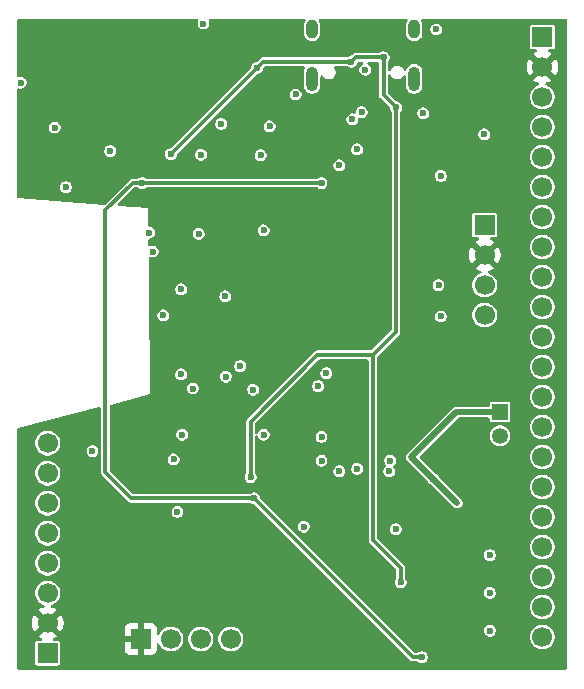
<source format=gbr>
%TF.GenerationSoftware,KiCad,Pcbnew,9.0.1*%
%TF.CreationDate,2025-05-18T16:35:05-05:00*%
%TF.ProjectId,OM-60-Rigid-PCB,4f4d2d36-302d-4526-9967-69642d504342,rev?*%
%TF.SameCoordinates,Original*%
%TF.FileFunction,Copper,L3,Inr*%
%TF.FilePolarity,Positive*%
%FSLAX46Y46*%
G04 Gerber Fmt 4.6, Leading zero omitted, Abs format (unit mm)*
G04 Created by KiCad (PCBNEW 9.0.1) date 2025-05-18 16:35:05*
%MOMM*%
%LPD*%
G01*
G04 APERTURE LIST*
%TA.AperFunction,ComponentPad*%
%ADD10R,1.700000X1.700000*%
%TD*%
%TA.AperFunction,ComponentPad*%
%ADD11C,1.700000*%
%TD*%
%TA.AperFunction,ComponentPad*%
%ADD12R,1.350000X1.350000*%
%TD*%
%TA.AperFunction,ComponentPad*%
%ADD13C,1.350000*%
%TD*%
%TA.AperFunction,HeatsinkPad*%
%ADD14O,1.000000X2.100000*%
%TD*%
%TA.AperFunction,HeatsinkPad*%
%ADD15O,1.000000X1.600000*%
%TD*%
%TA.AperFunction,ViaPad*%
%ADD16C,0.600000*%
%TD*%
%TA.AperFunction,Conductor*%
%ADD17C,0.350000*%
%TD*%
%TA.AperFunction,Conductor*%
%ADD18C,0.300000*%
%TD*%
%TA.AperFunction,Conductor*%
%ADD19C,0.500000*%
%TD*%
%TA.AperFunction,Conductor*%
%ADD20C,0.200000*%
%TD*%
G04 APERTURE END LIST*
D10*
%TO.N,GND*%
%TO.C,J1*%
X116300000Y-114000000D03*
D11*
%TO.N,+3V3*%
X116300000Y-111460000D03*
%TO.N,SPI_SCK*%
X116300000Y-108920000D03*
%TO.N,SPI_MOSI*%
X116300000Y-106380000D03*
%TO.N,SPI_MISO*%
X116300000Y-103840000D03*
%TO.N,GP33*%
X116300000Y-101300000D03*
%TO.N,CS*%
X116300000Y-98760000D03*
%TO.N,Net-(J1-Pin_8)*%
X116300000Y-96220000D03*
%TD*%
D10*
%TO.N,+3V3*%
%TO.C,GYRO1*%
X124180000Y-112800000D03*
D11*
%TO.N,GND*%
X126720000Y-112800000D03*
%TO.N,SCL*%
X129260000Y-112800000D03*
%TO.N,SDA*%
X131800000Y-112800000D03*
%TD*%
D12*
%TO.N,Batt+*%
%TO.C,J5*%
X154600000Y-93600000D03*
D13*
%TO.N,MotorGND*%
X154600000Y-95600000D03*
%TD*%
D14*
%TO.N,GND*%
%TO.C,J4*%
X147340000Y-65380000D03*
D15*
X147340000Y-61200000D03*
D14*
X138700000Y-65380000D03*
D15*
X138700000Y-61200000D03*
%TD*%
D10*
%TO.N,GND*%
%TO.C,J3*%
X158200000Y-61840000D03*
D11*
%TO.N,+3V3*%
X158200000Y-64380000D03*
%TO.N,COL_0*%
X158200000Y-66920000D03*
%TO.N,COL_1*%
X158200000Y-69460000D03*
%TO.N,COL_2*%
X158200000Y-72000000D03*
%TO.N,COL_3*%
X158200000Y-74540000D03*
%TO.N,COL_4*%
X158200000Y-77080000D03*
%TO.N,COL_5*%
X158200000Y-79620000D03*
%TO.N,COL_6*%
X158200000Y-82160000D03*
%TO.N,COL_7*%
X158200000Y-84700000D03*
%TO.N,COL_8*%
X158200000Y-87240000D03*
%TO.N,COL_9*%
X158200000Y-89780000D03*
%TO.N,COL_10*%
X158200000Y-92320000D03*
%TO.N,COL_11*%
X158200000Y-94860000D03*
%TO.N,COL_12*%
X158200000Y-97400000D03*
%TO.N,COL_13*%
X158200000Y-99940000D03*
%TO.N,COL_14*%
X158200000Y-102480000D03*
%TO.N,ROW_0*%
X158200000Y-105020000D03*
%TO.N,ROW_1*%
X158200000Y-107560000D03*
%TO.N,ROW_2*%
X158200000Y-110100000D03*
%TO.N,ROW_3*%
X158200000Y-112640000D03*
%TD*%
D10*
%TO.N,GND*%
%TO.C,SCRN1*%
X153300000Y-77760000D03*
D11*
%TO.N,+3V3*%
X153300000Y-80300000D03*
%TO.N,SCL*%
X153300000Y-82840000D03*
%TO.N,SDA*%
X153300000Y-85380000D03*
%TD*%
D16*
%TO.N,+3V3*%
X135100000Y-91400000D03*
%TO.N,GND*%
X149200000Y-61200000D03*
X153270000Y-70070000D03*
%TO.N,GP33*%
X142100000Y-68800000D03*
%TO.N,GND*%
X149600000Y-73600000D03*
%TO.N,SDA*%
X142500000Y-98400000D03*
X145224971Y-98624971D03*
%TO.N,SPI_MISO*%
X139500000Y-95700000D03*
X139900000Y-90300000D03*
%TO.N,GP33*%
X129100000Y-78500000D03*
X117850000Y-74550000D03*
%TO.N,SELECT*%
X116900000Y-69500000D03*
X137300000Y-66700000D03*
%TO.N,GND*%
X114024000Y-65700000D03*
%TO.N,SCL*%
X149400000Y-82840000D03*
%TO.N,SDA*%
X149600000Y-85500000D03*
%TO.N,GND*%
X134600000Y-78200000D03*
%TO.N,EN*%
X127600000Y-83200000D03*
X148100000Y-68300000D03*
%TO.N,GND*%
X129500000Y-60700000D03*
%TO.N,LDO_EN*%
X131000000Y-69200000D03*
X120100000Y-96900000D03*
%TO.N,GND*%
X127300000Y-102050000D03*
%TO.N,ADC_BAT*%
X139200000Y-91400000D03*
X134600000Y-95500000D03*
%TO.N,EN*%
X126100000Y-85400000D03*
%TO.N,+3V3*%
X125200000Y-92100000D03*
%TO.N,GND*%
X126977100Y-97600000D03*
%TO.N,+3V3*%
X133000000Y-101900000D03*
%TO.N,D+*%
X141000000Y-98600000D03*
%TO.N,D-*%
X139500000Y-97702000D03*
%TO.N,D+*%
X143200000Y-64600000D03*
%TO.N,D-*%
X142900000Y-68200000D03*
%TO.N,GND*%
X121600000Y-71500000D03*
X129300000Y-71800000D03*
X134342500Y-71842500D03*
%TO.N,Net-(MAX1-In)*%
X135100000Y-69400000D03*
X141000000Y-72700000D03*
%TO.N,VBAT*%
X124300000Y-74200000D03*
X139500000Y-74200000D03*
X148000000Y-114349000D03*
X133800000Y-100900000D03*
%TO.N,GND*%
X138000000Y-103300000D03*
X145787500Y-103512500D03*
%TO.N,VBUS*%
X133500000Y-99100000D03*
X146200000Y-108000000D03*
X126750000Y-71750000D03*
X134050000Y-64450000D03*
X145800000Y-67800000D03*
X142020000Y-63920000D03*
X144750000Y-63550000D03*
%TO.N,Batt+*%
X148950000Y-99250000D03*
%TO.N,GND*%
X131340000Y-83800000D03*
%TO.N,ROW_1*%
X125200000Y-80000000D03*
%TO.N,ROW_0*%
X124890000Y-78390000D03*
%TO.N,ROW_2*%
X145300000Y-97700000D03*
%TO.N,ROW_3*%
X127700000Y-95500000D03*
%TO.N,+3V3*%
X149700000Y-90600000D03*
%TO.N,GP16_E*%
X133700000Y-91700000D03*
%TO.N,S2*%
X131400000Y-90600000D03*
%TO.N,S3*%
X132600000Y-89700000D03*
%TO.N,S1*%
X127600000Y-90400000D03*
%TO.N,S0*%
X128600000Y-91600000D03*
%TO.N,GND*%
X142500000Y-71350000D03*
X153750000Y-112100000D03*
X153750000Y-108900000D03*
X153750000Y-105700000D03*
%TD*%
D17*
%TO.N,VBUS*%
X139150000Y-88750000D02*
X133500000Y-94400000D01*
X143850000Y-88750000D02*
X139150000Y-88750000D01*
X133500000Y-94400000D02*
X133500000Y-99100000D01*
D18*
%TO.N,VBAT*%
X123400000Y-100900000D02*
X133800000Y-100900000D01*
X121200000Y-76500000D02*
X121200000Y-98700000D01*
X123500000Y-74200000D02*
X121200000Y-76500000D01*
X121200000Y-98700000D02*
X123400000Y-100900000D01*
X124300000Y-74200000D02*
X123500000Y-74200000D01*
X124300000Y-74200000D02*
X139500000Y-74200000D01*
X148000000Y-114349000D02*
X147249000Y-114349000D01*
X147249000Y-114349000D02*
X133800000Y-100900000D01*
D17*
%TO.N,VBUS*%
X146200000Y-106800000D02*
X146200000Y-108000000D01*
X143850000Y-104450000D02*
X146200000Y-106800000D01*
X143850000Y-88750000D02*
X143850000Y-104450000D01*
X145800000Y-86800000D02*
X143850000Y-88750000D01*
X145800000Y-67800000D02*
X145800000Y-86800000D01*
X126750000Y-71750000D02*
X126700000Y-71800000D01*
X134050000Y-64450000D02*
X126750000Y-71750000D01*
X134580000Y-63920000D02*
X134050000Y-64450000D01*
X142020000Y-63920000D02*
X134580000Y-63920000D01*
X142390000Y-63550000D02*
X142020000Y-63920000D01*
X144750000Y-63550000D02*
X142390000Y-63550000D01*
X144750000Y-66750000D02*
X144750000Y-63550000D01*
X145800000Y-67800000D02*
X144750000Y-66750000D01*
D19*
%TO.N,Batt+*%
X148950000Y-99250000D02*
X151000000Y-101300000D01*
X147100000Y-97400000D02*
X148950000Y-99250000D01*
X150900000Y-93600000D02*
X147100000Y-97400000D01*
D20*
X151000000Y-101300000D02*
X151000000Y-101400000D01*
D19*
X154600000Y-93600000D02*
X150900000Y-93600000D01*
%TD*%
%TA.AperFunction,Conductor*%
%TO.N,+3V3*%
G36*
X129004988Y-60320185D02*
G01*
X129050743Y-60372989D01*
X129060687Y-60442147D01*
X129045336Y-60486501D01*
X129033608Y-60506813D01*
X129033608Y-60506814D01*
X128999500Y-60634108D01*
X128999500Y-60765892D01*
X129008943Y-60801133D01*
X129033608Y-60893187D01*
X129066554Y-60950250D01*
X129099500Y-61007314D01*
X129192686Y-61100500D01*
X129306814Y-61166392D01*
X129434108Y-61200500D01*
X129434110Y-61200500D01*
X129565890Y-61200500D01*
X129565892Y-61200500D01*
X129693186Y-61166392D01*
X129807314Y-61100500D01*
X129900500Y-61007314D01*
X129966392Y-60893186D01*
X130000500Y-60765892D01*
X130000500Y-60634108D01*
X129966392Y-60506814D01*
X129954663Y-60486500D01*
X129938191Y-60418601D01*
X129961043Y-60352574D01*
X130015964Y-60309383D01*
X130062051Y-60300500D01*
X138026101Y-60300500D01*
X138093140Y-60320185D01*
X138138895Y-60372989D01*
X138148839Y-60442147D01*
X138129203Y-60493391D01*
X138079228Y-60568182D01*
X138079221Y-60568195D01*
X138026421Y-60695667D01*
X138026418Y-60695677D01*
X137999500Y-60831004D01*
X137999500Y-60831007D01*
X137999500Y-61568993D01*
X137999500Y-61568995D01*
X137999499Y-61568995D01*
X138026418Y-61704322D01*
X138026421Y-61704332D01*
X138079221Y-61831804D01*
X138079228Y-61831817D01*
X138155885Y-61946541D01*
X138155888Y-61946545D01*
X138253454Y-62044111D01*
X138253458Y-62044114D01*
X138368182Y-62120771D01*
X138368195Y-62120778D01*
X138495667Y-62173578D01*
X138495672Y-62173580D01*
X138495676Y-62173580D01*
X138495677Y-62173581D01*
X138631004Y-62200500D01*
X138631007Y-62200500D01*
X138768995Y-62200500D01*
X138860041Y-62182389D01*
X138904328Y-62173580D01*
X139031811Y-62120775D01*
X139146542Y-62044114D01*
X139244114Y-61946542D01*
X139320775Y-61831811D01*
X139373580Y-61704328D01*
X139394233Y-61600499D01*
X139400500Y-61568995D01*
X139400500Y-60831004D01*
X139373581Y-60695677D01*
X139373580Y-60695676D01*
X139373580Y-60695672D01*
X139373578Y-60695667D01*
X139320778Y-60568195D01*
X139320771Y-60568182D01*
X139270797Y-60493391D01*
X139249919Y-60426714D01*
X139268403Y-60359333D01*
X139320382Y-60312643D01*
X139373899Y-60300500D01*
X146666101Y-60300500D01*
X146733140Y-60320185D01*
X146778895Y-60372989D01*
X146788839Y-60442147D01*
X146769203Y-60493391D01*
X146719228Y-60568182D01*
X146719221Y-60568195D01*
X146666421Y-60695667D01*
X146666418Y-60695677D01*
X146639500Y-60831004D01*
X146639500Y-60831007D01*
X146639500Y-61568993D01*
X146639500Y-61568995D01*
X146639499Y-61568995D01*
X146666418Y-61704322D01*
X146666421Y-61704332D01*
X146719221Y-61831804D01*
X146719228Y-61831817D01*
X146795885Y-61946541D01*
X146795888Y-61946545D01*
X146893454Y-62044111D01*
X146893458Y-62044114D01*
X147008182Y-62120771D01*
X147008195Y-62120778D01*
X147135667Y-62173578D01*
X147135672Y-62173580D01*
X147135676Y-62173580D01*
X147135677Y-62173581D01*
X147271004Y-62200500D01*
X147271007Y-62200500D01*
X147408995Y-62200500D01*
X147500041Y-62182389D01*
X147544328Y-62173580D01*
X147671811Y-62120775D01*
X147786542Y-62044114D01*
X147884114Y-61946542D01*
X147960775Y-61831811D01*
X148013580Y-61704328D01*
X148034233Y-61600499D01*
X148040500Y-61568995D01*
X148040500Y-61134108D01*
X148699500Y-61134108D01*
X148699500Y-61265891D01*
X148733608Y-61393187D01*
X148766554Y-61450250D01*
X148799500Y-61507314D01*
X148892686Y-61600500D01*
X149006814Y-61666392D01*
X149134108Y-61700500D01*
X149134110Y-61700500D01*
X149265890Y-61700500D01*
X149265892Y-61700500D01*
X149393186Y-61666392D01*
X149507314Y-61600500D01*
X149600500Y-61507314D01*
X149666392Y-61393186D01*
X149700500Y-61265892D01*
X149700500Y-61134108D01*
X149666392Y-61006814D01*
X149600500Y-60892686D01*
X149507314Y-60799500D01*
X149449100Y-60765890D01*
X149393187Y-60733608D01*
X149329539Y-60716554D01*
X149265892Y-60699500D01*
X149134108Y-60699500D01*
X149006812Y-60733608D01*
X148892686Y-60799500D01*
X148892683Y-60799502D01*
X148799502Y-60892683D01*
X148799500Y-60892686D01*
X148733608Y-61006812D01*
X148699500Y-61134108D01*
X148040500Y-61134108D01*
X148040500Y-60831004D01*
X148013581Y-60695677D01*
X148013580Y-60695676D01*
X148013580Y-60695672D01*
X148013578Y-60695667D01*
X147960778Y-60568195D01*
X147960771Y-60568182D01*
X147910797Y-60493391D01*
X147889919Y-60426714D01*
X147908403Y-60359333D01*
X147960382Y-60312643D01*
X148013899Y-60300500D01*
X160175500Y-60300500D01*
X160242539Y-60320185D01*
X160288294Y-60372989D01*
X160299500Y-60424500D01*
X160299500Y-115275500D01*
X160279815Y-115342539D01*
X160227011Y-115388294D01*
X160175500Y-115399500D01*
X113824500Y-115399500D01*
X113757461Y-115379815D01*
X113711706Y-115327011D01*
X113700500Y-115275500D01*
X113700500Y-111353753D01*
X114950000Y-111353753D01*
X114950000Y-111566246D01*
X114983242Y-111776127D01*
X114983242Y-111776130D01*
X115048904Y-111978217D01*
X115145375Y-112167550D01*
X115184728Y-112221716D01*
X115817037Y-111589408D01*
X115834075Y-111652993D01*
X115899901Y-111767007D01*
X115992993Y-111860099D01*
X116107007Y-111925925D01*
X116170590Y-111942962D01*
X115538282Y-112575269D01*
X115538282Y-112575270D01*
X115592449Y-112614624D01*
X115786121Y-112713306D01*
X115785603Y-112714321D01*
X115835808Y-112754779D01*
X115857873Y-112821073D01*
X115840594Y-112888772D01*
X115789458Y-112936383D01*
X115733952Y-112949500D01*
X115430247Y-112949500D01*
X115371770Y-112961131D01*
X115371769Y-112961132D01*
X115305447Y-113005447D01*
X115261132Y-113071769D01*
X115261131Y-113071770D01*
X115249500Y-113130247D01*
X115249500Y-114869752D01*
X115261131Y-114928229D01*
X115261132Y-114928230D01*
X115305447Y-114994552D01*
X115371769Y-115038867D01*
X115371770Y-115038868D01*
X115430247Y-115050499D01*
X115430250Y-115050500D01*
X115430252Y-115050500D01*
X117169750Y-115050500D01*
X117169751Y-115050499D01*
X117184568Y-115047552D01*
X117228229Y-115038868D01*
X117228229Y-115038867D01*
X117228231Y-115038867D01*
X117294552Y-114994552D01*
X117338867Y-114928231D01*
X117338867Y-114928229D01*
X117338868Y-114928229D01*
X117350499Y-114869752D01*
X117350500Y-114869750D01*
X117350500Y-113130249D01*
X117350499Y-113130247D01*
X117338868Y-113071770D01*
X117338867Y-113071768D01*
X117336035Y-113067530D01*
X117336034Y-113067529D01*
X117294552Y-113005447D01*
X117228230Y-112961132D01*
X117228229Y-112961131D01*
X117169752Y-112949500D01*
X117169748Y-112949500D01*
X116866048Y-112949500D01*
X116799009Y-112929815D01*
X116753254Y-112877011D01*
X116743310Y-112807853D01*
X116772335Y-112744297D01*
X116814264Y-112714061D01*
X116813879Y-112713306D01*
X117007554Y-112614622D01*
X117061716Y-112575270D01*
X117061717Y-112575270D01*
X116429408Y-111942962D01*
X116492993Y-111925925D01*
X116607007Y-111860099D01*
X116700099Y-111767007D01*
X116765925Y-111652993D01*
X116782962Y-111589408D01*
X117415270Y-112221717D01*
X117415270Y-112221716D01*
X117454622Y-112167554D01*
X117551095Y-111978217D01*
X117575809Y-111902155D01*
X122830000Y-111902155D01*
X122830000Y-112550000D01*
X123746988Y-112550000D01*
X123714075Y-112607007D01*
X123680000Y-112734174D01*
X123680000Y-112865826D01*
X123714075Y-112992993D01*
X123746988Y-113050000D01*
X122830000Y-113050000D01*
X122830000Y-113697844D01*
X122836401Y-113757372D01*
X122836403Y-113757379D01*
X122886645Y-113892086D01*
X122886649Y-113892093D01*
X122972809Y-114007187D01*
X122972812Y-114007190D01*
X123087906Y-114093350D01*
X123087913Y-114093354D01*
X123222620Y-114143596D01*
X123222627Y-114143598D01*
X123282155Y-114149999D01*
X123282172Y-114150000D01*
X123930000Y-114150000D01*
X123930000Y-113233012D01*
X123987007Y-113265925D01*
X124114174Y-113300000D01*
X124245826Y-113300000D01*
X124372993Y-113265925D01*
X124430000Y-113233012D01*
X124430000Y-114150000D01*
X125077828Y-114150000D01*
X125077844Y-114149999D01*
X125137372Y-114143598D01*
X125137379Y-114143596D01*
X125272086Y-114093354D01*
X125272093Y-114093350D01*
X125387187Y-114007190D01*
X125387190Y-114007187D01*
X125473350Y-113892093D01*
X125473354Y-113892086D01*
X125523596Y-113757379D01*
X125523598Y-113757372D01*
X125529999Y-113697844D01*
X125530000Y-113697827D01*
X125530000Y-113295564D01*
X125549685Y-113228525D01*
X125602489Y-113182770D01*
X125671647Y-113172826D01*
X125735203Y-113201851D01*
X125768561Y-113248112D01*
X125775939Y-113265925D01*
X125789059Y-113297598D01*
X125797117Y-113309657D01*
X125904024Y-113469657D01*
X126050342Y-113615975D01*
X126050345Y-113615977D01*
X126222402Y-113730941D01*
X126413580Y-113810130D01*
X126606480Y-113848500D01*
X126616530Y-113850499D01*
X126616534Y-113850500D01*
X126616535Y-113850500D01*
X126823466Y-113850500D01*
X126823467Y-113850499D01*
X127026420Y-113810130D01*
X127217598Y-113730941D01*
X127389655Y-113615977D01*
X127535977Y-113469655D01*
X127650941Y-113297598D01*
X127730130Y-113106420D01*
X127770500Y-112903465D01*
X127770500Y-112696535D01*
X127770499Y-112696530D01*
X128209500Y-112696530D01*
X128209500Y-112903469D01*
X128249868Y-113106412D01*
X128249870Y-113106420D01*
X128329058Y-113297596D01*
X128444024Y-113469657D01*
X128590342Y-113615975D01*
X128590345Y-113615977D01*
X128762402Y-113730941D01*
X128953580Y-113810130D01*
X129146480Y-113848500D01*
X129156530Y-113850499D01*
X129156534Y-113850500D01*
X129156535Y-113850500D01*
X129363466Y-113850500D01*
X129363467Y-113850499D01*
X129566420Y-113810130D01*
X129757598Y-113730941D01*
X129929655Y-113615977D01*
X130075977Y-113469655D01*
X130190941Y-113297598D01*
X130270130Y-113106420D01*
X130310500Y-112903465D01*
X130310500Y-112696535D01*
X130310499Y-112696530D01*
X130749500Y-112696530D01*
X130749500Y-112903469D01*
X130789868Y-113106412D01*
X130789870Y-113106420D01*
X130869058Y-113297596D01*
X130984024Y-113469657D01*
X131130342Y-113615975D01*
X131130345Y-113615977D01*
X131302402Y-113730941D01*
X131493580Y-113810130D01*
X131686480Y-113848500D01*
X131696530Y-113850499D01*
X131696534Y-113850500D01*
X131696535Y-113850500D01*
X131903466Y-113850500D01*
X131903467Y-113850499D01*
X132106420Y-113810130D01*
X132297598Y-113730941D01*
X132469655Y-113615977D01*
X132615977Y-113469655D01*
X132730941Y-113297598D01*
X132810130Y-113106420D01*
X132850500Y-112903465D01*
X132850500Y-112696535D01*
X132810130Y-112493580D01*
X132730941Y-112302402D01*
X132615977Y-112130345D01*
X132615975Y-112130342D01*
X132469657Y-111984024D01*
X132347130Y-111902155D01*
X132297598Y-111869059D01*
X132106420Y-111789870D01*
X132106412Y-111789868D01*
X131903469Y-111749500D01*
X131903465Y-111749500D01*
X131696535Y-111749500D01*
X131696530Y-111749500D01*
X131493587Y-111789868D01*
X131493579Y-111789870D01*
X131302403Y-111869058D01*
X131130342Y-111984024D01*
X130984024Y-112130342D01*
X130869058Y-112302403D01*
X130789870Y-112493579D01*
X130789868Y-112493587D01*
X130749500Y-112696530D01*
X130310499Y-112696530D01*
X130270130Y-112493580D01*
X130190941Y-112302402D01*
X130075977Y-112130345D01*
X130075975Y-112130342D01*
X129929657Y-111984024D01*
X129807130Y-111902155D01*
X129757598Y-111869059D01*
X129566420Y-111789870D01*
X129566412Y-111789868D01*
X129363469Y-111749500D01*
X129363465Y-111749500D01*
X129156535Y-111749500D01*
X129156530Y-111749500D01*
X128953587Y-111789868D01*
X128953579Y-111789870D01*
X128762403Y-111869058D01*
X128590342Y-111984024D01*
X128444024Y-112130342D01*
X128329058Y-112302403D01*
X128249870Y-112493579D01*
X128249868Y-112493587D01*
X128209500Y-112696530D01*
X127770499Y-112696530D01*
X127730130Y-112493580D01*
X127650941Y-112302402D01*
X127535977Y-112130345D01*
X127535975Y-112130342D01*
X127389657Y-111984024D01*
X127267130Y-111902155D01*
X127217598Y-111869059D01*
X127026420Y-111789870D01*
X127026412Y-111789868D01*
X126823469Y-111749500D01*
X126823465Y-111749500D01*
X126616535Y-111749500D01*
X126616530Y-111749500D01*
X126413587Y-111789868D01*
X126413579Y-111789870D01*
X126222403Y-111869058D01*
X126050342Y-111984024D01*
X125904024Y-112130342D01*
X125789058Y-112302403D01*
X125768561Y-112351888D01*
X125724720Y-112406291D01*
X125658426Y-112428356D01*
X125590726Y-112411077D01*
X125543116Y-112359939D01*
X125530000Y-112304435D01*
X125530000Y-111902172D01*
X125529999Y-111902155D01*
X125523598Y-111842627D01*
X125523596Y-111842620D01*
X125473354Y-111707913D01*
X125473350Y-111707906D01*
X125387190Y-111592812D01*
X125387187Y-111592809D01*
X125272093Y-111506649D01*
X125272086Y-111506645D01*
X125137379Y-111456403D01*
X125137372Y-111456401D01*
X125077844Y-111450000D01*
X124430000Y-111450000D01*
X124430000Y-112366988D01*
X124372993Y-112334075D01*
X124245826Y-112300000D01*
X124114174Y-112300000D01*
X123987007Y-112334075D01*
X123930000Y-112366988D01*
X123930000Y-111450000D01*
X123282155Y-111450000D01*
X123222627Y-111456401D01*
X123222620Y-111456403D01*
X123087913Y-111506645D01*
X123087906Y-111506649D01*
X122972812Y-111592809D01*
X122972809Y-111592812D01*
X122886649Y-111707906D01*
X122886645Y-111707913D01*
X122836403Y-111842620D01*
X122836401Y-111842627D01*
X122830000Y-111902155D01*
X117575809Y-111902155D01*
X117589333Y-111860533D01*
X117616757Y-111776130D01*
X117616757Y-111776127D01*
X117650000Y-111566246D01*
X117650000Y-111353753D01*
X117616757Y-111143872D01*
X117616757Y-111143869D01*
X117551095Y-110941782D01*
X117454624Y-110752449D01*
X117415270Y-110698282D01*
X117415269Y-110698282D01*
X116782962Y-111330590D01*
X116765925Y-111267007D01*
X116700099Y-111152993D01*
X116607007Y-111059901D01*
X116492993Y-110994075D01*
X116429409Y-110977037D01*
X117061716Y-110344728D01*
X117007550Y-110305375D01*
X116818216Y-110208904D01*
X116642026Y-110151656D01*
X116584350Y-110112218D01*
X116557152Y-110047860D01*
X116569067Y-109979013D01*
X116616311Y-109927538D01*
X116632882Y-109919168D01*
X116797598Y-109850941D01*
X116969655Y-109735977D01*
X117115977Y-109589655D01*
X117230941Y-109417598D01*
X117310130Y-109226420D01*
X117350500Y-109023465D01*
X117350500Y-108816535D01*
X117310130Y-108613580D01*
X117230941Y-108422402D01*
X117115977Y-108250345D01*
X117115975Y-108250342D01*
X116969657Y-108104024D01*
X116883626Y-108046541D01*
X116797598Y-107989059D01*
X116606420Y-107909870D01*
X116606412Y-107909868D01*
X116403469Y-107869500D01*
X116403465Y-107869500D01*
X116196535Y-107869500D01*
X116196530Y-107869500D01*
X115993587Y-107909868D01*
X115993579Y-107909870D01*
X115802403Y-107989058D01*
X115630342Y-108104024D01*
X115484024Y-108250342D01*
X115369058Y-108422403D01*
X115289870Y-108613579D01*
X115289868Y-108613587D01*
X115249500Y-108816530D01*
X115249500Y-109023469D01*
X115289868Y-109226412D01*
X115289870Y-109226420D01*
X115369058Y-109417596D01*
X115484024Y-109589657D01*
X115630342Y-109735975D01*
X115802405Y-109850943D01*
X115905043Y-109893456D01*
X115967108Y-109919164D01*
X116021511Y-109963005D01*
X116043576Y-110029299D01*
X116026297Y-110096998D01*
X115975160Y-110144609D01*
X115957974Y-110151656D01*
X115781781Y-110208905D01*
X115592439Y-110305380D01*
X115538282Y-110344727D01*
X115538282Y-110344728D01*
X116170591Y-110977037D01*
X116107007Y-110994075D01*
X115992993Y-111059901D01*
X115899901Y-111152993D01*
X115834075Y-111267007D01*
X115817037Y-111330591D01*
X115184728Y-110698282D01*
X115184727Y-110698282D01*
X115145380Y-110752439D01*
X115048904Y-110941782D01*
X114983242Y-111143869D01*
X114983242Y-111143872D01*
X114950000Y-111353753D01*
X113700500Y-111353753D01*
X113700500Y-106276530D01*
X115249500Y-106276530D01*
X115249500Y-106483469D01*
X115289868Y-106686412D01*
X115289870Y-106686420D01*
X115313730Y-106744024D01*
X115369059Y-106877598D01*
X115421136Y-106955537D01*
X115484024Y-107049657D01*
X115630342Y-107195975D01*
X115630345Y-107195977D01*
X115802402Y-107310941D01*
X115993580Y-107390130D01*
X116196530Y-107430499D01*
X116196534Y-107430500D01*
X116196535Y-107430500D01*
X116403466Y-107430500D01*
X116403467Y-107430499D01*
X116606420Y-107390130D01*
X116797598Y-107310941D01*
X116969655Y-107195977D01*
X117115977Y-107049655D01*
X117230941Y-106877598D01*
X117310130Y-106686420D01*
X117350500Y-106483465D01*
X117350500Y-106276535D01*
X117310130Y-106073580D01*
X117230941Y-105882402D01*
X117115977Y-105710345D01*
X117115975Y-105710342D01*
X116969657Y-105564024D01*
X116883626Y-105506541D01*
X116797598Y-105449059D01*
X116606420Y-105369870D01*
X116606412Y-105369868D01*
X116403469Y-105329500D01*
X116403465Y-105329500D01*
X116196535Y-105329500D01*
X116196530Y-105329500D01*
X115993587Y-105369868D01*
X115993579Y-105369870D01*
X115802403Y-105449058D01*
X115630342Y-105564024D01*
X115484024Y-105710342D01*
X115369058Y-105882403D01*
X115289870Y-106073579D01*
X115289868Y-106073587D01*
X115249500Y-106276530D01*
X113700500Y-106276530D01*
X113700500Y-103736530D01*
X115249500Y-103736530D01*
X115249500Y-103943469D01*
X115289868Y-104146412D01*
X115289870Y-104146420D01*
X115369058Y-104337596D01*
X115484024Y-104509657D01*
X115630342Y-104655975D01*
X115630345Y-104655977D01*
X115802402Y-104770941D01*
X115993580Y-104850130D01*
X116196530Y-104890499D01*
X116196534Y-104890500D01*
X116196535Y-104890500D01*
X116403466Y-104890500D01*
X116403467Y-104890499D01*
X116606420Y-104850130D01*
X116797598Y-104770941D01*
X116969655Y-104655977D01*
X117115977Y-104509655D01*
X117230941Y-104337598D01*
X117310130Y-104146420D01*
X117350500Y-103943465D01*
X117350500Y-103736535D01*
X117310130Y-103533580D01*
X117230941Y-103342402D01*
X117115977Y-103170345D01*
X117115975Y-103170342D01*
X116969657Y-103024024D01*
X116883626Y-102966541D01*
X116797598Y-102909059D01*
X116606420Y-102829870D01*
X116606412Y-102829868D01*
X116403469Y-102789500D01*
X116403465Y-102789500D01*
X116196535Y-102789500D01*
X116196530Y-102789500D01*
X115993587Y-102829868D01*
X115993579Y-102829870D01*
X115802403Y-102909058D01*
X115630342Y-103024024D01*
X115484024Y-103170342D01*
X115369058Y-103342403D01*
X115289870Y-103533579D01*
X115289868Y-103533587D01*
X115249500Y-103736530D01*
X113700500Y-103736530D01*
X113700500Y-101196530D01*
X115249500Y-101196530D01*
X115249500Y-101403469D01*
X115289868Y-101606412D01*
X115289870Y-101606420D01*
X115369058Y-101797596D01*
X115484024Y-101969657D01*
X115630342Y-102115975D01*
X115630345Y-102115977D01*
X115802402Y-102230941D01*
X115993580Y-102310130D01*
X116196530Y-102350499D01*
X116196534Y-102350500D01*
X116196535Y-102350500D01*
X116403466Y-102350500D01*
X116403467Y-102350499D01*
X116606420Y-102310130D01*
X116797598Y-102230941D01*
X116969655Y-102115977D01*
X117101524Y-101984108D01*
X126799500Y-101984108D01*
X126799500Y-102115892D01*
X126799523Y-102115977D01*
X126833608Y-102243187D01*
X126866554Y-102300250D01*
X126899500Y-102357314D01*
X126992686Y-102450500D01*
X127106814Y-102516392D01*
X127234108Y-102550500D01*
X127234110Y-102550500D01*
X127365890Y-102550500D01*
X127365892Y-102550500D01*
X127493186Y-102516392D01*
X127607314Y-102450500D01*
X127700500Y-102357314D01*
X127766392Y-102243186D01*
X127800500Y-102115892D01*
X127800500Y-101984108D01*
X127766392Y-101856814D01*
X127700500Y-101742686D01*
X127607314Y-101649500D01*
X127550250Y-101616554D01*
X127493187Y-101583608D01*
X127429539Y-101566554D01*
X127365892Y-101549500D01*
X127234108Y-101549500D01*
X127106812Y-101583608D01*
X126992686Y-101649500D01*
X126992683Y-101649502D01*
X126899502Y-101742683D01*
X126899500Y-101742686D01*
X126833608Y-101856812D01*
X126803373Y-101969654D01*
X126799500Y-101984108D01*
X117101524Y-101984108D01*
X117115977Y-101969655D01*
X117136411Y-101939071D01*
X117157782Y-101907090D01*
X117191376Y-101856812D01*
X117230941Y-101797598D01*
X117310130Y-101606420D01*
X117350500Y-101403465D01*
X117350500Y-101196535D01*
X117310130Y-100993580D01*
X117230941Y-100802402D01*
X117115977Y-100630345D01*
X117115975Y-100630342D01*
X116969657Y-100484024D01*
X116843156Y-100399500D01*
X116797598Y-100369059D01*
X116606420Y-100289870D01*
X116606412Y-100289868D01*
X116403469Y-100249500D01*
X116403465Y-100249500D01*
X116196535Y-100249500D01*
X116196530Y-100249500D01*
X115993587Y-100289868D01*
X115993579Y-100289870D01*
X115802403Y-100369058D01*
X115630342Y-100484024D01*
X115484024Y-100630342D01*
X115369058Y-100802403D01*
X115289870Y-100993579D01*
X115289868Y-100993587D01*
X115249500Y-101196530D01*
X113700500Y-101196530D01*
X113700500Y-98656530D01*
X115249500Y-98656530D01*
X115249500Y-98863469D01*
X115289868Y-99066412D01*
X115289870Y-99066420D01*
X115369058Y-99257596D01*
X115484024Y-99429657D01*
X115630342Y-99575975D01*
X115630345Y-99575977D01*
X115802402Y-99690941D01*
X115993580Y-99770130D01*
X116196530Y-99810499D01*
X116196534Y-99810500D01*
X116196535Y-99810500D01*
X116403466Y-99810500D01*
X116403467Y-99810499D01*
X116606420Y-99770130D01*
X116797598Y-99690941D01*
X116969655Y-99575977D01*
X117115977Y-99429655D01*
X117230941Y-99257598D01*
X117310130Y-99066420D01*
X117350500Y-98863465D01*
X117350500Y-98656535D01*
X117310130Y-98453580D01*
X117230941Y-98262402D01*
X117115977Y-98090345D01*
X117115975Y-98090342D01*
X116969657Y-97944024D01*
X116883626Y-97886541D01*
X116797598Y-97829059D01*
X116710993Y-97793186D01*
X116606420Y-97749870D01*
X116606412Y-97749868D01*
X116403469Y-97709500D01*
X116403465Y-97709500D01*
X116196535Y-97709500D01*
X116196530Y-97709500D01*
X115993587Y-97749868D01*
X115993579Y-97749870D01*
X115802403Y-97829058D01*
X115630342Y-97944024D01*
X115484024Y-98090342D01*
X115369058Y-98262403D01*
X115289870Y-98453579D01*
X115289868Y-98453587D01*
X115249500Y-98656530D01*
X113700500Y-98656530D01*
X113700500Y-96116530D01*
X115249500Y-96116530D01*
X115249500Y-96323469D01*
X115289868Y-96526412D01*
X115289870Y-96526420D01*
X115369058Y-96717596D01*
X115484024Y-96889657D01*
X115630342Y-97035975D01*
X115630345Y-97035977D01*
X115802402Y-97150941D01*
X115993580Y-97230130D01*
X116196530Y-97270499D01*
X116196534Y-97270500D01*
X116196535Y-97270500D01*
X116403466Y-97270500D01*
X116403467Y-97270499D01*
X116606420Y-97230130D01*
X116797598Y-97150941D01*
X116969655Y-97035977D01*
X117115977Y-96889655D01*
X117153092Y-96834108D01*
X119599500Y-96834108D01*
X119599500Y-96965891D01*
X119633608Y-97093187D01*
X119637253Y-97099500D01*
X119699500Y-97207314D01*
X119792686Y-97300500D01*
X119906814Y-97366392D01*
X120034108Y-97400500D01*
X120034110Y-97400500D01*
X120165890Y-97400500D01*
X120165892Y-97400500D01*
X120293186Y-97366392D01*
X120407314Y-97300500D01*
X120500500Y-97207314D01*
X120566392Y-97093186D01*
X120600500Y-96965892D01*
X120600500Y-96834108D01*
X120566392Y-96706814D01*
X120500500Y-96592686D01*
X120407314Y-96499500D01*
X120350250Y-96466554D01*
X120293187Y-96433608D01*
X120229539Y-96416554D01*
X120165892Y-96399500D01*
X120034108Y-96399500D01*
X119906812Y-96433608D01*
X119792686Y-96499500D01*
X119792683Y-96499502D01*
X119699502Y-96592683D01*
X119699500Y-96592686D01*
X119633608Y-96706812D01*
X119599500Y-96834108D01*
X117153092Y-96834108D01*
X117230941Y-96717598D01*
X117310130Y-96526420D01*
X117350500Y-96323465D01*
X117350500Y-96116535D01*
X117310130Y-95913580D01*
X117230941Y-95722402D01*
X117115977Y-95550345D01*
X117115975Y-95550342D01*
X116969657Y-95404024D01*
X116880753Y-95344621D01*
X116797598Y-95289059D01*
X116606420Y-95209870D01*
X116606412Y-95209868D01*
X116403469Y-95169500D01*
X116403465Y-95169500D01*
X116196535Y-95169500D01*
X116196530Y-95169500D01*
X115993587Y-95209868D01*
X115993579Y-95209870D01*
X115802403Y-95289058D01*
X115630342Y-95404024D01*
X115484024Y-95550342D01*
X115369058Y-95722403D01*
X115289870Y-95913579D01*
X115289868Y-95913587D01*
X115249500Y-96116530D01*
X113700500Y-96116530D01*
X113700500Y-95093523D01*
X113720185Y-95026484D01*
X113772989Y-94980729D01*
X113793690Y-94973412D01*
X120694703Y-93203922D01*
X120764529Y-93206338D01*
X120821966Y-93246123D01*
X120848775Y-93310645D01*
X120849500Y-93324036D01*
X120849500Y-98746145D01*
X120861970Y-98792685D01*
X120861971Y-98792685D01*
X120861971Y-98792686D01*
X120864064Y-98800499D01*
X120873387Y-98835290D01*
X120919527Y-98915208D01*
X120919529Y-98915211D01*
X120919530Y-98915212D01*
X123184788Y-101180470D01*
X123264712Y-101226614D01*
X123353856Y-101250500D01*
X123446144Y-101250500D01*
X133391324Y-101250500D01*
X133458363Y-101270185D01*
X133479005Y-101286819D01*
X133492686Y-101300500D01*
X133606814Y-101366392D01*
X133734108Y-101400500D01*
X133753456Y-101400500D01*
X133820495Y-101420185D01*
X133841137Y-101436819D01*
X147033788Y-114629470D01*
X147103085Y-114669478D01*
X147103087Y-114669480D01*
X147110342Y-114673668D01*
X147113712Y-114675614D01*
X147202856Y-114699500D01*
X147591324Y-114699500D01*
X147658363Y-114719185D01*
X147679005Y-114735819D01*
X147692686Y-114749500D01*
X147806814Y-114815392D01*
X147934108Y-114849500D01*
X147934110Y-114849500D01*
X148065890Y-114849500D01*
X148065892Y-114849500D01*
X148193186Y-114815392D01*
X148307314Y-114749500D01*
X148400500Y-114656314D01*
X148466392Y-114542186D01*
X148500500Y-114414892D01*
X148500500Y-114283108D01*
X148466392Y-114155814D01*
X148400500Y-114041686D01*
X148307314Y-113948500D01*
X148250250Y-113915554D01*
X148193187Y-113882608D01*
X148129539Y-113865554D01*
X148065892Y-113848500D01*
X147934108Y-113848500D01*
X147806812Y-113882608D01*
X147692686Y-113948500D01*
X147692683Y-113948502D01*
X147679005Y-113962181D01*
X147652077Y-113976884D01*
X147626259Y-113993477D01*
X147620058Y-113994368D01*
X147617682Y-113995666D01*
X147591324Y-113998500D01*
X147445544Y-113998500D01*
X147378505Y-113978815D01*
X147357863Y-113962181D01*
X145429790Y-112034108D01*
X153249500Y-112034108D01*
X153249500Y-112165892D01*
X153264458Y-112221716D01*
X153283608Y-112293187D01*
X153307215Y-112334075D01*
X153349500Y-112407314D01*
X153442686Y-112500500D01*
X153556814Y-112566392D01*
X153684108Y-112600500D01*
X153684110Y-112600500D01*
X153815890Y-112600500D01*
X153815892Y-112600500D01*
X153943186Y-112566392D01*
X153994908Y-112536530D01*
X157149500Y-112536530D01*
X157149500Y-112743469D01*
X157189868Y-112946412D01*
X157189870Y-112946420D01*
X157256144Y-113106420D01*
X157269059Y-113137598D01*
X157299242Y-113182770D01*
X157384024Y-113309657D01*
X157530342Y-113455975D01*
X157530345Y-113455977D01*
X157702402Y-113570941D01*
X157893580Y-113650130D01*
X158096530Y-113690499D01*
X158096534Y-113690500D01*
X158096535Y-113690500D01*
X158303466Y-113690500D01*
X158303467Y-113690499D01*
X158506420Y-113650130D01*
X158697598Y-113570941D01*
X158869655Y-113455977D01*
X159015977Y-113309655D01*
X159130941Y-113137598D01*
X159210130Y-112946420D01*
X159250500Y-112743465D01*
X159250500Y-112536535D01*
X159210130Y-112333580D01*
X159130941Y-112142402D01*
X159015977Y-111970345D01*
X159015975Y-111970342D01*
X158869657Y-111824024D01*
X158758123Y-111749500D01*
X158697598Y-111709059D01*
X158694831Y-111707913D01*
X158506420Y-111629870D01*
X158506412Y-111629868D01*
X158303469Y-111589500D01*
X158303465Y-111589500D01*
X158096535Y-111589500D01*
X158096530Y-111589500D01*
X157893587Y-111629868D01*
X157893579Y-111629870D01*
X157702403Y-111709058D01*
X157530342Y-111824024D01*
X157384024Y-111970342D01*
X157269058Y-112142403D01*
X157189870Y-112333579D01*
X157189868Y-112333587D01*
X157149500Y-112536530D01*
X153994908Y-112536530D01*
X154057314Y-112500500D01*
X154150500Y-112407314D01*
X154216392Y-112293186D01*
X154250500Y-112165892D01*
X154250500Y-112034108D01*
X154216392Y-111906814D01*
X154150500Y-111792686D01*
X154057314Y-111699500D01*
X153976762Y-111652993D01*
X153943187Y-111633608D01*
X153879539Y-111616554D01*
X153815892Y-111599500D01*
X153684108Y-111599500D01*
X153556812Y-111633608D01*
X153442686Y-111699500D01*
X153442683Y-111699502D01*
X153349502Y-111792683D01*
X153349500Y-111792686D01*
X153283608Y-111906812D01*
X153278487Y-111925925D01*
X153249500Y-112034108D01*
X145429790Y-112034108D01*
X143392212Y-109996530D01*
X157149500Y-109996530D01*
X157149500Y-110203469D01*
X157189868Y-110406412D01*
X157189870Y-110406420D01*
X157269058Y-110597596D01*
X157384024Y-110769657D01*
X157530342Y-110915975D01*
X157530345Y-110915977D01*
X157702402Y-111030941D01*
X157893580Y-111110130D01*
X158063214Y-111143872D01*
X158096530Y-111150499D01*
X158096534Y-111150500D01*
X158096535Y-111150500D01*
X158303466Y-111150500D01*
X158303467Y-111150499D01*
X158506420Y-111110130D01*
X158697598Y-111030941D01*
X158869655Y-110915977D01*
X159015977Y-110769655D01*
X159130941Y-110597598D01*
X159210130Y-110406420D01*
X159250500Y-110203465D01*
X159250500Y-109996535D01*
X159210130Y-109793580D01*
X159130941Y-109602402D01*
X159015977Y-109430345D01*
X159015975Y-109430342D01*
X158869657Y-109284024D01*
X158754851Y-109207314D01*
X158697598Y-109169059D01*
X158514425Y-109093186D01*
X158506420Y-109089870D01*
X158506412Y-109089868D01*
X158303469Y-109049500D01*
X158303465Y-109049500D01*
X158096535Y-109049500D01*
X158096530Y-109049500D01*
X157893587Y-109089868D01*
X157893579Y-109089870D01*
X157702403Y-109169058D01*
X157530342Y-109284024D01*
X157384024Y-109430342D01*
X157269058Y-109602403D01*
X157189870Y-109793579D01*
X157189868Y-109793587D01*
X157149500Y-109996530D01*
X143392212Y-109996530D01*
X142229790Y-108834108D01*
X153249500Y-108834108D01*
X153249500Y-108965892D01*
X153264927Y-109023466D01*
X153283608Y-109093187D01*
X153316554Y-109150250D01*
X153349500Y-109207314D01*
X153442686Y-109300500D01*
X153556814Y-109366392D01*
X153684108Y-109400500D01*
X153684110Y-109400500D01*
X153815890Y-109400500D01*
X153815892Y-109400500D01*
X153943186Y-109366392D01*
X154057314Y-109300500D01*
X154150500Y-109207314D01*
X154216392Y-109093186D01*
X154250500Y-108965892D01*
X154250500Y-108834108D01*
X154216392Y-108706814D01*
X154150500Y-108592686D01*
X154057314Y-108499500D01*
X153999968Y-108466391D01*
X153943187Y-108433608D01*
X153879539Y-108416554D01*
X153815892Y-108399500D01*
X153684108Y-108399500D01*
X153556812Y-108433608D01*
X153442686Y-108499500D01*
X153442683Y-108499502D01*
X153349502Y-108592683D01*
X153349500Y-108592686D01*
X153283608Y-108706812D01*
X153254210Y-108816530D01*
X153249500Y-108834108D01*
X142229790Y-108834108D01*
X136629790Y-103234108D01*
X137499500Y-103234108D01*
X137499500Y-103365891D01*
X137533608Y-103493187D01*
X137566554Y-103550250D01*
X137599500Y-103607314D01*
X137692686Y-103700500D01*
X137806814Y-103766392D01*
X137934108Y-103800500D01*
X137934110Y-103800500D01*
X138065890Y-103800500D01*
X138065892Y-103800500D01*
X138193186Y-103766392D01*
X138307314Y-103700500D01*
X138400500Y-103607314D01*
X138466392Y-103493186D01*
X138500500Y-103365892D01*
X138500500Y-103234108D01*
X138466392Y-103106814D01*
X138400500Y-102992686D01*
X138307314Y-102899500D01*
X138250250Y-102866554D01*
X138193187Y-102833608D01*
X138129539Y-102816554D01*
X138065892Y-102799500D01*
X137934108Y-102799500D01*
X137806812Y-102833608D01*
X137692686Y-102899500D01*
X137692683Y-102899502D01*
X137599502Y-102992683D01*
X137599500Y-102992686D01*
X137533608Y-103106812D01*
X137499500Y-103234108D01*
X136629790Y-103234108D01*
X134336819Y-100941137D01*
X134303334Y-100879814D01*
X134300500Y-100853456D01*
X134300500Y-100834110D01*
X134300500Y-100834108D01*
X134266392Y-100706814D01*
X134200500Y-100592686D01*
X134107314Y-100499500D01*
X134050250Y-100466554D01*
X133993187Y-100433608D01*
X133929539Y-100416554D01*
X133865892Y-100399500D01*
X133734108Y-100399500D01*
X133606812Y-100433608D01*
X133492686Y-100499500D01*
X133492683Y-100499502D01*
X133479005Y-100513181D01*
X133417682Y-100546666D01*
X133391324Y-100549500D01*
X123596544Y-100549500D01*
X123529505Y-100529815D01*
X123508863Y-100513181D01*
X121586819Y-98591137D01*
X121553334Y-98529814D01*
X121550500Y-98503456D01*
X121550500Y-97534108D01*
X126476600Y-97534108D01*
X126476600Y-97665892D01*
X126487457Y-97706412D01*
X126510708Y-97793187D01*
X126531419Y-97829058D01*
X126576600Y-97907314D01*
X126669786Y-98000500D01*
X126783914Y-98066392D01*
X126911208Y-98100500D01*
X126911210Y-98100500D01*
X127042990Y-98100500D01*
X127042992Y-98100500D01*
X127170286Y-98066392D01*
X127284414Y-98000500D01*
X127377600Y-97907314D01*
X127443492Y-97793186D01*
X127477600Y-97665892D01*
X127477600Y-97534108D01*
X127443492Y-97406814D01*
X127377600Y-97292686D01*
X127284414Y-97199500D01*
X127200308Y-97150941D01*
X127170287Y-97133608D01*
X127106639Y-97116554D01*
X127042992Y-97099500D01*
X126911208Y-97099500D01*
X126783912Y-97133608D01*
X126669786Y-97199500D01*
X126669783Y-97199502D01*
X126576602Y-97292683D01*
X126576600Y-97292686D01*
X126510708Y-97406812D01*
X126483914Y-97506812D01*
X126476600Y-97534108D01*
X121550500Y-97534108D01*
X121550500Y-95434108D01*
X127199500Y-95434108D01*
X127199500Y-95565892D01*
X127209911Y-95604746D01*
X127233608Y-95693187D01*
X127250476Y-95722402D01*
X127299500Y-95807314D01*
X127392686Y-95900500D01*
X127506814Y-95966392D01*
X127634108Y-96000500D01*
X127634110Y-96000500D01*
X127765890Y-96000500D01*
X127765892Y-96000500D01*
X127893186Y-95966392D01*
X128007314Y-95900500D01*
X128100500Y-95807314D01*
X128166392Y-95693186D01*
X128200500Y-95565892D01*
X128200500Y-95434108D01*
X128166392Y-95306814D01*
X128100500Y-95192686D01*
X128007314Y-95099500D01*
X127950250Y-95066554D01*
X127893187Y-95033608D01*
X127829539Y-95016554D01*
X127765892Y-94999500D01*
X127634108Y-94999500D01*
X127506812Y-95033608D01*
X127392686Y-95099500D01*
X127392683Y-95099502D01*
X127299502Y-95192683D01*
X127299500Y-95192686D01*
X127233608Y-95306812D01*
X127210600Y-95392683D01*
X127199500Y-95434108D01*
X121550500Y-95434108D01*
X121550500Y-93080703D01*
X121570185Y-93013664D01*
X121622989Y-92967909D01*
X121643695Y-92960590D01*
X125000000Y-92100000D01*
X124992836Y-91534108D01*
X128099500Y-91534108D01*
X128099500Y-91665892D01*
X128116554Y-91729539D01*
X128133608Y-91793187D01*
X128150476Y-91822402D01*
X128199500Y-91907314D01*
X128292686Y-92000500D01*
X128406814Y-92066392D01*
X128534108Y-92100500D01*
X128534110Y-92100500D01*
X128665890Y-92100500D01*
X128665892Y-92100500D01*
X128793186Y-92066392D01*
X128907314Y-92000500D01*
X129000500Y-91907314D01*
X129066392Y-91793186D01*
X129100500Y-91665892D01*
X129100500Y-91634108D01*
X133199500Y-91634108D01*
X133199500Y-91765891D01*
X133233608Y-91893187D01*
X133241766Y-91907316D01*
X133299500Y-92007314D01*
X133392686Y-92100500D01*
X133506814Y-92166392D01*
X133634108Y-92200500D01*
X133634110Y-92200500D01*
X133765890Y-92200500D01*
X133765892Y-92200500D01*
X133893186Y-92166392D01*
X134007314Y-92100500D01*
X134100500Y-92007314D01*
X134166392Y-91893186D01*
X134200500Y-91765892D01*
X134200500Y-91634108D01*
X134166392Y-91506814D01*
X134100500Y-91392686D01*
X134007314Y-91299500D01*
X133950250Y-91266554D01*
X133893187Y-91233608D01*
X133793188Y-91206814D01*
X133765892Y-91199500D01*
X133634108Y-91199500D01*
X133506812Y-91233608D01*
X133392686Y-91299500D01*
X133392683Y-91299502D01*
X133299502Y-91392683D01*
X133299500Y-91392686D01*
X133233608Y-91506812D01*
X133199500Y-91634108D01*
X129100500Y-91634108D01*
X129100500Y-91534108D01*
X129066392Y-91406814D01*
X129000500Y-91292686D01*
X128907314Y-91199500D01*
X128850250Y-91166554D01*
X128793187Y-91133608D01*
X128729539Y-91116554D01*
X128665892Y-91099500D01*
X128534108Y-91099500D01*
X128406812Y-91133608D01*
X128292686Y-91199500D01*
X128292683Y-91199502D01*
X128199502Y-91292683D01*
X128199500Y-91292686D01*
X128133608Y-91406812D01*
X128117778Y-91465892D01*
X128099500Y-91534108D01*
X124992836Y-91534108D01*
X124991225Y-91406812D01*
X124977647Y-90334108D01*
X127099500Y-90334108D01*
X127099500Y-90465892D01*
X127116554Y-90529539D01*
X127133608Y-90593187D01*
X127141766Y-90607316D01*
X127199500Y-90707314D01*
X127292686Y-90800500D01*
X127406814Y-90866392D01*
X127534108Y-90900500D01*
X127534110Y-90900500D01*
X127665890Y-90900500D01*
X127665892Y-90900500D01*
X127793186Y-90866392D01*
X127907314Y-90800500D01*
X128000500Y-90707314D01*
X128066392Y-90593186D01*
X128082222Y-90534108D01*
X130899500Y-90534108D01*
X130899500Y-90665892D01*
X130911571Y-90710941D01*
X130933608Y-90793187D01*
X130955151Y-90830499D01*
X130999500Y-90907314D01*
X131092686Y-91000500D01*
X131206814Y-91066392D01*
X131334108Y-91100500D01*
X131334110Y-91100500D01*
X131465890Y-91100500D01*
X131465892Y-91100500D01*
X131593186Y-91066392D01*
X131707314Y-91000500D01*
X131800500Y-90907314D01*
X131866392Y-90793186D01*
X131900500Y-90665892D01*
X131900500Y-90534108D01*
X131866392Y-90406814D01*
X131800500Y-90292686D01*
X131707314Y-90199500D01*
X131649968Y-90166391D01*
X131593187Y-90133608D01*
X131493188Y-90106814D01*
X131465892Y-90099500D01*
X131334108Y-90099500D01*
X131206812Y-90133608D01*
X131092686Y-90199500D01*
X131092683Y-90199502D01*
X130999502Y-90292683D01*
X130999500Y-90292686D01*
X130933608Y-90406812D01*
X130910277Y-90493887D01*
X130899500Y-90534108D01*
X128082222Y-90534108D01*
X128100500Y-90465892D01*
X128100500Y-90334108D01*
X128066392Y-90206814D01*
X128000500Y-90092686D01*
X127907314Y-89999500D01*
X127850250Y-89966554D01*
X127793187Y-89933608D01*
X127729539Y-89916554D01*
X127665892Y-89899500D01*
X127534108Y-89899500D01*
X127406812Y-89933608D01*
X127292686Y-89999500D01*
X127292683Y-89999502D01*
X127199502Y-90092683D01*
X127199500Y-90092686D01*
X127133608Y-90206812D01*
X127110600Y-90292683D01*
X127099500Y-90334108D01*
X124977647Y-90334108D01*
X124977564Y-90327551D01*
X124972146Y-89899502D01*
X124968787Y-89634108D01*
X132099500Y-89634108D01*
X132099500Y-89765891D01*
X132133608Y-89893187D01*
X132156946Y-89933608D01*
X132199500Y-90007314D01*
X132292686Y-90100500D01*
X132406814Y-90166392D01*
X132534108Y-90200500D01*
X132534110Y-90200500D01*
X132665890Y-90200500D01*
X132665892Y-90200500D01*
X132793186Y-90166392D01*
X132907314Y-90100500D01*
X133000500Y-90007314D01*
X133066392Y-89893186D01*
X133100500Y-89765892D01*
X133100500Y-89634108D01*
X133066392Y-89506814D01*
X133000500Y-89392686D01*
X132907314Y-89299500D01*
X132820712Y-89249500D01*
X132793187Y-89233608D01*
X132729539Y-89216554D01*
X132665892Y-89199500D01*
X132534108Y-89199500D01*
X132406812Y-89233608D01*
X132292686Y-89299500D01*
X132292683Y-89299502D01*
X132199502Y-89392683D01*
X132199500Y-89392686D01*
X132133608Y-89506812D01*
X132099500Y-89634108D01*
X124968787Y-89634108D01*
X124914356Y-85334108D01*
X125599500Y-85334108D01*
X125599500Y-85465891D01*
X125633608Y-85593187D01*
X125655406Y-85630941D01*
X125699500Y-85707314D01*
X125792686Y-85800500D01*
X125906814Y-85866392D01*
X126034108Y-85900500D01*
X126034110Y-85900500D01*
X126165890Y-85900500D01*
X126165892Y-85900500D01*
X126293186Y-85866392D01*
X126407314Y-85800500D01*
X126500500Y-85707314D01*
X126566392Y-85593186D01*
X126600500Y-85465892D01*
X126600500Y-85334108D01*
X126566392Y-85206814D01*
X126500500Y-85092686D01*
X126407314Y-84999500D01*
X126350250Y-84966554D01*
X126293187Y-84933608D01*
X126229539Y-84916554D01*
X126165892Y-84899500D01*
X126034108Y-84899500D01*
X125906812Y-84933608D01*
X125792686Y-84999500D01*
X125792683Y-84999502D01*
X125699502Y-85092683D01*
X125699500Y-85092686D01*
X125633608Y-85206812D01*
X125599500Y-85334108D01*
X124914356Y-85334108D01*
X124894103Y-83734108D01*
X130839500Y-83734108D01*
X130839500Y-83865892D01*
X130846094Y-83890500D01*
X130873608Y-83993187D01*
X130895060Y-84030342D01*
X130939500Y-84107314D01*
X131032686Y-84200500D01*
X131146814Y-84266392D01*
X131274108Y-84300500D01*
X131274110Y-84300500D01*
X131405890Y-84300500D01*
X131405892Y-84300500D01*
X131533186Y-84266392D01*
X131647314Y-84200500D01*
X131740500Y-84107314D01*
X131806392Y-83993186D01*
X131840500Y-83865892D01*
X131840500Y-83734108D01*
X131806392Y-83606814D01*
X131740500Y-83492686D01*
X131647314Y-83399500D01*
X131590250Y-83366554D01*
X131533187Y-83333608D01*
X131469539Y-83316554D01*
X131405892Y-83299500D01*
X131274108Y-83299500D01*
X131146812Y-83333608D01*
X131032686Y-83399500D01*
X131032683Y-83399502D01*
X130939502Y-83492683D01*
X130939500Y-83492686D01*
X130873608Y-83606812D01*
X130857644Y-83666392D01*
X130839500Y-83734108D01*
X124894103Y-83734108D01*
X124886508Y-83134108D01*
X127099500Y-83134108D01*
X127099500Y-83265891D01*
X127133608Y-83393187D01*
X127166554Y-83450250D01*
X127199500Y-83507314D01*
X127292686Y-83600500D01*
X127388771Y-83655975D01*
X127406810Y-83666390D01*
X127406814Y-83666392D01*
X127534108Y-83700500D01*
X127534110Y-83700500D01*
X127665890Y-83700500D01*
X127665892Y-83700500D01*
X127793186Y-83666392D01*
X127907314Y-83600500D01*
X128000500Y-83507314D01*
X128066392Y-83393186D01*
X128100500Y-83265892D01*
X128100500Y-83134108D01*
X128066392Y-83006814D01*
X128000500Y-82892686D01*
X127907314Y-82799500D01*
X127843291Y-82762536D01*
X127793187Y-82733608D01*
X127729539Y-82716554D01*
X127665892Y-82699500D01*
X127534108Y-82699500D01*
X127406812Y-82733608D01*
X127292686Y-82799500D01*
X127292683Y-82799502D01*
X127199502Y-82892683D01*
X127199500Y-82892686D01*
X127133608Y-83006812D01*
X127099500Y-83134108D01*
X124886508Y-83134108D01*
X124854287Y-80588684D01*
X124873120Y-80521405D01*
X124925341Y-80474986D01*
X124994368Y-80464168D01*
X125010361Y-80467342D01*
X125134108Y-80500500D01*
X125134110Y-80500500D01*
X125265890Y-80500500D01*
X125265892Y-80500500D01*
X125393186Y-80466392D01*
X125507314Y-80400500D01*
X125600500Y-80307314D01*
X125666392Y-80193186D01*
X125700500Y-80065892D01*
X125700500Y-79934108D01*
X125666392Y-79806814D01*
X125600500Y-79692686D01*
X125507314Y-79599500D01*
X125450250Y-79566554D01*
X125393187Y-79533608D01*
X125297928Y-79508084D01*
X125265892Y-79499500D01*
X125134108Y-79499500D01*
X125006814Y-79533608D01*
X125006812Y-79533608D01*
X124998963Y-79535712D01*
X124998307Y-79533266D01*
X124941430Y-79539371D01*
X124878956Y-79508084D01*
X124843315Y-79447989D01*
X124839480Y-79418921D01*
X124834380Y-79016066D01*
X124853214Y-78948786D01*
X124905435Y-78902367D01*
X124947998Y-78892825D01*
X124947832Y-78891561D01*
X124955883Y-78890500D01*
X124955892Y-78890500D01*
X125083186Y-78856392D01*
X125197314Y-78790500D01*
X125290500Y-78697314D01*
X125356392Y-78583186D01*
X125390500Y-78455892D01*
X125390500Y-78434108D01*
X128599500Y-78434108D01*
X128599500Y-78565891D01*
X128633608Y-78693187D01*
X128666554Y-78750250D01*
X128699500Y-78807314D01*
X128792686Y-78900500D01*
X128906814Y-78966392D01*
X129034108Y-79000500D01*
X129034110Y-79000500D01*
X129165890Y-79000500D01*
X129165892Y-79000500D01*
X129293186Y-78966392D01*
X129407314Y-78900500D01*
X129500500Y-78807314D01*
X129566392Y-78693186D01*
X129600500Y-78565892D01*
X129600500Y-78434108D01*
X129566392Y-78306814D01*
X129542764Y-78265890D01*
X129500503Y-78192691D01*
X129500502Y-78192690D01*
X129500500Y-78192686D01*
X129441922Y-78134108D01*
X134099500Y-78134108D01*
X134099500Y-78265891D01*
X134133608Y-78393187D01*
X134166554Y-78450250D01*
X134199500Y-78507314D01*
X134292686Y-78600500D01*
X134406814Y-78666392D01*
X134534108Y-78700500D01*
X134534110Y-78700500D01*
X134665890Y-78700500D01*
X134665892Y-78700500D01*
X134793186Y-78666392D01*
X134907314Y-78600500D01*
X135000500Y-78507314D01*
X135066392Y-78393186D01*
X135100500Y-78265892D01*
X135100500Y-78134108D01*
X135066392Y-78006814D01*
X135000500Y-77892686D01*
X134907314Y-77799500D01*
X134820984Y-77749657D01*
X134793187Y-77733608D01*
X134729539Y-77716554D01*
X134665892Y-77699500D01*
X134534108Y-77699500D01*
X134406812Y-77733608D01*
X134292686Y-77799500D01*
X134292683Y-77799502D01*
X134199502Y-77892683D01*
X134199500Y-77892686D01*
X134133608Y-78006812D01*
X134099500Y-78134108D01*
X129441922Y-78134108D01*
X129407314Y-78099500D01*
X129350250Y-78066554D01*
X129293187Y-78033608D01*
X129229539Y-78016554D01*
X129165892Y-77999500D01*
X129034108Y-77999500D01*
X128906812Y-78033608D01*
X128792686Y-78099500D01*
X128792683Y-78099502D01*
X128699502Y-78192683D01*
X128699500Y-78192686D01*
X128633608Y-78306812D01*
X128599500Y-78434108D01*
X125390500Y-78434108D01*
X125390500Y-78324108D01*
X125356392Y-78196814D01*
X125290500Y-78082686D01*
X125197314Y-77989500D01*
X125140250Y-77956554D01*
X125083187Y-77923608D01*
X125019539Y-77906554D01*
X124955892Y-77889500D01*
X124942560Y-77889500D01*
X124875521Y-77869815D01*
X124829766Y-77817011D01*
X124818570Y-77767069D01*
X124818146Y-77733608D01*
X124800000Y-76300000D01*
X124799999Y-76299999D01*
X122368237Y-76117159D01*
X122302862Y-76092503D01*
X122261195Y-76036417D01*
X122256465Y-75966708D01*
X122289850Y-75905831D01*
X123608863Y-74586819D01*
X123635790Y-74572115D01*
X123661609Y-74555523D01*
X123667809Y-74554631D01*
X123670186Y-74553334D01*
X123696544Y-74550500D01*
X123891324Y-74550500D01*
X123958363Y-74570185D01*
X123979005Y-74586819D01*
X123992686Y-74600500D01*
X124106814Y-74666392D01*
X124234108Y-74700500D01*
X124234110Y-74700500D01*
X124365890Y-74700500D01*
X124365892Y-74700500D01*
X124493186Y-74666392D01*
X124607314Y-74600500D01*
X124620995Y-74586819D01*
X124682318Y-74553334D01*
X124708676Y-74550500D01*
X139091324Y-74550500D01*
X139158363Y-74570185D01*
X139179005Y-74586819D01*
X139192686Y-74600500D01*
X139306814Y-74666392D01*
X139434108Y-74700500D01*
X139434110Y-74700500D01*
X139565890Y-74700500D01*
X139565892Y-74700500D01*
X139693186Y-74666392D01*
X139807314Y-74600500D01*
X139900500Y-74507314D01*
X139966392Y-74393186D01*
X140000500Y-74265892D01*
X140000500Y-74134108D01*
X139966392Y-74006814D01*
X139900500Y-73892686D01*
X139807314Y-73799500D01*
X139750250Y-73766554D01*
X139693187Y-73733608D01*
X139629539Y-73716554D01*
X139565892Y-73699500D01*
X139434108Y-73699500D01*
X139306812Y-73733608D01*
X139192686Y-73799500D01*
X139192683Y-73799502D01*
X139179005Y-73813181D01*
X139117682Y-73846666D01*
X139091324Y-73849500D01*
X124708676Y-73849500D01*
X124641637Y-73829815D01*
X124620995Y-73813181D01*
X124607316Y-73799502D01*
X124607314Y-73799500D01*
X124550250Y-73766554D01*
X124493187Y-73733608D01*
X124429539Y-73716554D01*
X124365892Y-73699500D01*
X124234108Y-73699500D01*
X124106812Y-73733608D01*
X123992686Y-73799500D01*
X123992683Y-73799502D01*
X123979005Y-73813181D01*
X123917682Y-73846666D01*
X123891324Y-73849500D01*
X123453856Y-73849500D01*
X123364712Y-73873386D01*
X123364709Y-73873387D01*
X123284791Y-73919527D01*
X123284786Y-73919531D01*
X121216979Y-75987337D01*
X121155656Y-76020822D01*
X121120001Y-76023307D01*
X113815203Y-75474074D01*
X113749828Y-75449418D01*
X113708161Y-75393333D01*
X113700500Y-75350423D01*
X113700500Y-74484108D01*
X117349500Y-74484108D01*
X117349500Y-74615892D01*
X117356889Y-74643469D01*
X117383608Y-74743187D01*
X117416554Y-74800250D01*
X117449500Y-74857314D01*
X117542686Y-74950500D01*
X117656814Y-75016392D01*
X117784108Y-75050500D01*
X117784110Y-75050500D01*
X117915890Y-75050500D01*
X117915892Y-75050500D01*
X118043186Y-75016392D01*
X118157314Y-74950500D01*
X118250500Y-74857314D01*
X118316392Y-74743186D01*
X118350500Y-74615892D01*
X118350500Y-74484108D01*
X118316392Y-74356814D01*
X118250500Y-74242686D01*
X118157314Y-74149500D01*
X118072442Y-74100499D01*
X118043187Y-74083608D01*
X117978931Y-74066391D01*
X117915892Y-74049500D01*
X117784108Y-74049500D01*
X117656812Y-74083608D01*
X117542686Y-74149500D01*
X117542683Y-74149502D01*
X117449502Y-74242683D01*
X117449500Y-74242686D01*
X117383608Y-74356812D01*
X117373862Y-74393186D01*
X117349500Y-74484108D01*
X113700500Y-74484108D01*
X113700500Y-72634108D01*
X140499500Y-72634108D01*
X140499500Y-72765891D01*
X140533608Y-72893187D01*
X140555406Y-72930941D01*
X140599500Y-73007314D01*
X140692686Y-73100500D01*
X140806814Y-73166392D01*
X140934108Y-73200500D01*
X140934110Y-73200500D01*
X141065890Y-73200500D01*
X141065892Y-73200500D01*
X141193186Y-73166392D01*
X141307314Y-73100500D01*
X141400500Y-73007314D01*
X141466392Y-72893186D01*
X141500500Y-72765892D01*
X141500500Y-72634108D01*
X141466392Y-72506814D01*
X141400500Y-72392686D01*
X141307314Y-72299500D01*
X141222442Y-72250499D01*
X141193187Y-72233608D01*
X141128931Y-72216391D01*
X141065892Y-72199500D01*
X140934108Y-72199500D01*
X140806812Y-72233608D01*
X140692686Y-72299500D01*
X140692683Y-72299502D01*
X140599502Y-72392683D01*
X140599500Y-72392686D01*
X140533608Y-72506812D01*
X140499500Y-72634108D01*
X113700500Y-72634108D01*
X113700500Y-71434108D01*
X121099500Y-71434108D01*
X121099500Y-71565891D01*
X121133608Y-71693187D01*
X121163761Y-71745412D01*
X121199500Y-71807314D01*
X121292686Y-71900500D01*
X121406814Y-71966392D01*
X121534108Y-72000500D01*
X121534110Y-72000500D01*
X121665890Y-72000500D01*
X121665892Y-72000500D01*
X121793186Y-71966392D01*
X121907314Y-71900500D01*
X122000500Y-71807314D01*
X122066392Y-71693186D01*
X122068824Y-71684108D01*
X126249500Y-71684108D01*
X126249500Y-71815891D01*
X126283608Y-71943187D01*
X126297005Y-71966391D01*
X126349500Y-72057314D01*
X126442686Y-72150500D01*
X126556814Y-72216392D01*
X126684108Y-72250500D01*
X126684110Y-72250500D01*
X126815890Y-72250500D01*
X126815892Y-72250500D01*
X126943186Y-72216392D01*
X127057314Y-72150500D01*
X127150500Y-72057314D01*
X127216392Y-71943186D01*
X127250500Y-71815892D01*
X127250500Y-71815890D01*
X127252603Y-71808042D01*
X127254109Y-71808445D01*
X127259613Y-71796002D01*
X127264473Y-71773666D01*
X127276748Y-71757268D01*
X127278631Y-71753012D01*
X127285612Y-71745424D01*
X127296928Y-71734108D01*
X128799500Y-71734108D01*
X128799500Y-71865892D01*
X128810888Y-71908392D01*
X128833608Y-71993187D01*
X128858145Y-72035686D01*
X128899500Y-72107314D01*
X128992686Y-72200500D01*
X129106814Y-72266392D01*
X129234108Y-72300500D01*
X129234110Y-72300500D01*
X129365890Y-72300500D01*
X129365892Y-72300500D01*
X129493186Y-72266392D01*
X129607314Y-72200500D01*
X129700500Y-72107314D01*
X129766392Y-71993186D01*
X129800500Y-71865892D01*
X129800500Y-71776608D01*
X133842000Y-71776608D01*
X133842000Y-71908391D01*
X133876108Y-72035687D01*
X133888594Y-72057313D01*
X133942000Y-72149814D01*
X134035186Y-72243000D01*
X134133047Y-72299500D01*
X134145018Y-72306412D01*
X134149314Y-72308892D01*
X134276608Y-72343000D01*
X134276610Y-72343000D01*
X134408390Y-72343000D01*
X134408392Y-72343000D01*
X134535686Y-72308892D01*
X134649814Y-72243000D01*
X134743000Y-72149814D01*
X134808892Y-72035686D01*
X134843000Y-71908392D01*
X134843000Y-71776608D01*
X134808892Y-71649314D01*
X134743000Y-71535186D01*
X134649814Y-71442000D01*
X134548261Y-71383368D01*
X134548260Y-71383367D01*
X134535687Y-71376108D01*
X134436390Y-71349502D01*
X134408392Y-71342000D01*
X134276608Y-71342000D01*
X134149312Y-71376108D01*
X134035186Y-71442000D01*
X134035183Y-71442002D01*
X133942002Y-71535183D01*
X133942000Y-71535186D01*
X133876108Y-71649312D01*
X133842000Y-71776608D01*
X129800500Y-71776608D01*
X129800500Y-71734108D01*
X129766392Y-71606814D01*
X129700500Y-71492686D01*
X129607314Y-71399500D01*
X129550250Y-71366554D01*
X129493187Y-71333608D01*
X129393188Y-71306814D01*
X129365892Y-71299500D01*
X129234108Y-71299500D01*
X129106812Y-71333608D01*
X128992686Y-71399500D01*
X128992683Y-71399502D01*
X128899502Y-71492683D01*
X128899500Y-71492686D01*
X128833608Y-71606812D01*
X128810359Y-71693580D01*
X128799500Y-71734108D01*
X127296928Y-71734108D01*
X127746928Y-71284108D01*
X141999500Y-71284108D01*
X141999500Y-71415892D01*
X142016554Y-71479539D01*
X142033608Y-71543187D01*
X142046717Y-71565892D01*
X142099500Y-71657314D01*
X142192686Y-71750500D01*
X142306814Y-71816392D01*
X142434108Y-71850500D01*
X142434110Y-71850500D01*
X142565890Y-71850500D01*
X142565892Y-71850500D01*
X142693186Y-71816392D01*
X142807314Y-71750500D01*
X142900500Y-71657314D01*
X142966392Y-71543186D01*
X143000500Y-71415892D01*
X143000500Y-71284108D01*
X142966392Y-71156814D01*
X142900500Y-71042686D01*
X142807314Y-70949500D01*
X142750250Y-70916554D01*
X142693187Y-70883608D01*
X142629539Y-70866554D01*
X142565892Y-70849500D01*
X142434108Y-70849500D01*
X142306812Y-70883608D01*
X142192686Y-70949500D01*
X142192683Y-70949502D01*
X142099502Y-71042683D01*
X142099500Y-71042686D01*
X142033608Y-71156812D01*
X142008773Y-71249500D01*
X141999500Y-71284108D01*
X127746928Y-71284108D01*
X129896928Y-69134108D01*
X130499500Y-69134108D01*
X130499500Y-69265892D01*
X130508773Y-69300499D01*
X130533608Y-69393187D01*
X130566554Y-69450250D01*
X130599500Y-69507314D01*
X130692686Y-69600500D01*
X130806814Y-69666392D01*
X130934108Y-69700500D01*
X130934110Y-69700500D01*
X131065890Y-69700500D01*
X131065892Y-69700500D01*
X131193186Y-69666392D01*
X131307314Y-69600500D01*
X131400500Y-69507314D01*
X131466392Y-69393186D01*
X131482222Y-69334108D01*
X134599500Y-69334108D01*
X134599500Y-69465892D01*
X134616554Y-69529539D01*
X134633608Y-69593187D01*
X134639625Y-69603608D01*
X134699500Y-69707314D01*
X134792686Y-69800500D01*
X134906814Y-69866392D01*
X135034108Y-69900500D01*
X135034110Y-69900500D01*
X135165890Y-69900500D01*
X135165892Y-69900500D01*
X135293186Y-69866392D01*
X135407314Y-69800500D01*
X135500500Y-69707314D01*
X135566392Y-69593186D01*
X135600500Y-69465892D01*
X135600500Y-69334108D01*
X135566392Y-69206814D01*
X135500500Y-69092686D01*
X135407314Y-68999500D01*
X135343059Y-68962402D01*
X135293187Y-68933608D01*
X135229539Y-68916554D01*
X135165892Y-68899500D01*
X135034108Y-68899500D01*
X134906812Y-68933608D01*
X134792686Y-68999500D01*
X134792683Y-68999502D01*
X134699502Y-69092683D01*
X134699500Y-69092686D01*
X134633608Y-69206812D01*
X134617644Y-69266392D01*
X134599500Y-69334108D01*
X131482222Y-69334108D01*
X131500500Y-69265892D01*
X131500500Y-69134108D01*
X131466392Y-69006814D01*
X131400500Y-68892686D01*
X131307314Y-68799500D01*
X131249968Y-68766391D01*
X131194053Y-68734108D01*
X141599500Y-68734108D01*
X141599500Y-68865892D01*
X141608505Y-68899500D01*
X141633608Y-68993187D01*
X141641475Y-69006812D01*
X141699500Y-69107314D01*
X141792686Y-69200500D01*
X141906814Y-69266392D01*
X142034108Y-69300500D01*
X142034110Y-69300500D01*
X142165890Y-69300500D01*
X142165892Y-69300500D01*
X142293186Y-69266392D01*
X142407314Y-69200500D01*
X142500500Y-69107314D01*
X142566392Y-68993186D01*
X142600500Y-68865892D01*
X142600500Y-68799504D01*
X142620185Y-68732465D01*
X142672989Y-68686710D01*
X142742147Y-68676766D01*
X142756571Y-68679724D01*
X142834108Y-68700500D01*
X142834111Y-68700500D01*
X142965890Y-68700500D01*
X142965892Y-68700500D01*
X143093186Y-68666392D01*
X143207314Y-68600500D01*
X143300500Y-68507314D01*
X143366392Y-68393186D01*
X143400500Y-68265892D01*
X143400500Y-68134108D01*
X143366392Y-68006814D01*
X143300500Y-67892686D01*
X143207314Y-67799500D01*
X143150250Y-67766554D01*
X143093187Y-67733608D01*
X143029539Y-67716554D01*
X142965892Y-67699500D01*
X142834108Y-67699500D01*
X142706812Y-67733608D01*
X142592686Y-67799500D01*
X142592683Y-67799502D01*
X142499502Y-67892683D01*
X142499500Y-67892686D01*
X142433608Y-68006812D01*
X142399500Y-68134108D01*
X142399500Y-68200495D01*
X142379815Y-68267534D01*
X142327011Y-68313289D01*
X142257853Y-68323233D01*
X142243407Y-68320270D01*
X142165892Y-68299500D01*
X142034108Y-68299500D01*
X141906812Y-68333608D01*
X141792686Y-68399500D01*
X141792683Y-68399502D01*
X141699502Y-68492683D01*
X141699500Y-68492686D01*
X141633608Y-68606812D01*
X141612200Y-68686710D01*
X141599500Y-68734108D01*
X131194053Y-68734108D01*
X131193187Y-68733608D01*
X131129539Y-68716554D01*
X131065892Y-68699500D01*
X130934108Y-68699500D01*
X130806812Y-68733608D01*
X130692686Y-68799500D01*
X130692683Y-68799502D01*
X130599502Y-68892683D01*
X130599500Y-68892686D01*
X130533608Y-69006812D01*
X130506680Y-69107313D01*
X130499500Y-69134108D01*
X129896928Y-69134108D01*
X132396928Y-66634108D01*
X136799500Y-66634108D01*
X136799500Y-66765891D01*
X136833608Y-66893187D01*
X136866554Y-66950250D01*
X136899500Y-67007314D01*
X136992686Y-67100500D01*
X137106814Y-67166392D01*
X137234108Y-67200500D01*
X137234110Y-67200500D01*
X137365890Y-67200500D01*
X137365892Y-67200500D01*
X137493186Y-67166392D01*
X137607314Y-67100500D01*
X137700500Y-67007314D01*
X137766392Y-66893186D01*
X137800500Y-66765892D01*
X137800500Y-66634108D01*
X137766392Y-66506814D01*
X137700500Y-66392686D01*
X137607314Y-66299500D01*
X137542023Y-66261804D01*
X137493187Y-66233608D01*
X137429539Y-66216554D01*
X137365892Y-66199500D01*
X137234108Y-66199500D01*
X137106812Y-66233608D01*
X136992686Y-66299500D01*
X136992683Y-66299502D01*
X136899502Y-66392683D01*
X136899500Y-66392686D01*
X136833608Y-66506812D01*
X136799500Y-66634108D01*
X132396928Y-66634108D01*
X134045414Y-64985622D01*
X134106735Y-64952139D01*
X134115426Y-64950624D01*
X134115889Y-64950500D01*
X134115892Y-64950500D01*
X134243186Y-64916392D01*
X134357314Y-64850500D01*
X134450500Y-64757314D01*
X134516392Y-64643186D01*
X134550500Y-64515892D01*
X134550500Y-64515890D01*
X134552603Y-64508042D01*
X134554109Y-64508445D01*
X134559613Y-64496002D01*
X134564473Y-64473666D01*
X134576748Y-64457267D01*
X134578631Y-64453012D01*
X134585600Y-64445436D01*
X134699220Y-64331816D01*
X134760541Y-64298334D01*
X134786899Y-64295500D01*
X137982669Y-64295500D01*
X138049708Y-64315185D01*
X138095463Y-64367989D01*
X138105407Y-64437147D01*
X138085772Y-64488390D01*
X138079227Y-64498184D01*
X138079221Y-64498195D01*
X138026421Y-64625667D01*
X138026418Y-64625677D01*
X137999500Y-64761004D01*
X137999500Y-64761007D01*
X137999500Y-65998993D01*
X137999500Y-65998995D01*
X137999499Y-65998995D01*
X138026418Y-66134322D01*
X138026421Y-66134332D01*
X138079221Y-66261804D01*
X138079228Y-66261817D01*
X138155885Y-66376541D01*
X138155888Y-66376545D01*
X138253454Y-66474111D01*
X138253458Y-66474114D01*
X138368182Y-66550771D01*
X138368195Y-66550778D01*
X138495667Y-66603578D01*
X138495672Y-66603580D01*
X138495676Y-66603580D01*
X138495677Y-66603581D01*
X138631004Y-66630500D01*
X138631007Y-66630500D01*
X138768995Y-66630500D01*
X138860041Y-66612389D01*
X138904328Y-66603580D01*
X139031811Y-66550775D01*
X139146542Y-66474114D01*
X139244114Y-66376542D01*
X139320775Y-66261811D01*
X139373580Y-66134328D01*
X139382389Y-66090041D01*
X139400500Y-65998995D01*
X139400500Y-65200244D01*
X139420185Y-65133205D01*
X139472989Y-65087450D01*
X139542147Y-65077506D01*
X139605703Y-65106531D01*
X139631887Y-65138244D01*
X139669482Y-65203361D01*
X139669484Y-65203363D01*
X139669485Y-65203365D01*
X139776635Y-65310515D01*
X139907865Y-65386281D01*
X140054234Y-65425500D01*
X140054236Y-65425500D01*
X140205764Y-65425500D01*
X140205766Y-65425500D01*
X140352135Y-65386281D01*
X140483365Y-65310515D01*
X140590515Y-65203365D01*
X140666281Y-65072135D01*
X140705500Y-64925766D01*
X140705500Y-64774234D01*
X140666281Y-64627865D01*
X140590515Y-64496635D01*
X140590514Y-64496634D01*
X140590510Y-64496627D01*
X140589249Y-64494984D01*
X140588616Y-64493347D01*
X140586451Y-64489597D01*
X140587035Y-64489259D01*
X140564056Y-64429815D01*
X140578096Y-64361370D01*
X140626911Y-64311381D01*
X140687626Y-64295500D01*
X141638013Y-64295500D01*
X141705052Y-64315185D01*
X141712266Y-64320257D01*
X141712684Y-64320498D01*
X141712686Y-64320500D01*
X141826814Y-64386392D01*
X141954108Y-64420500D01*
X141954110Y-64420500D01*
X142085890Y-64420500D01*
X142085892Y-64420500D01*
X142213186Y-64386392D01*
X142327314Y-64320500D01*
X142420500Y-64227314D01*
X142486392Y-64113186D01*
X142512056Y-64017405D01*
X142548420Y-63957746D01*
X142611266Y-63927217D01*
X142631830Y-63925500D01*
X142904493Y-63925500D01*
X142971532Y-63945185D01*
X143017287Y-63997989D01*
X143027231Y-64067147D01*
X142998206Y-64130703D01*
X142966494Y-64156886D01*
X142892686Y-64199500D01*
X142892683Y-64199502D01*
X142799502Y-64292683D01*
X142799500Y-64292686D01*
X142733608Y-64406812D01*
X142709123Y-64498195D01*
X142699500Y-64534108D01*
X142699500Y-64665892D01*
X142707602Y-64696130D01*
X142733608Y-64793187D01*
X142764057Y-64845925D01*
X142799500Y-64907314D01*
X142892686Y-65000500D01*
X143006814Y-65066392D01*
X143134108Y-65100500D01*
X143134110Y-65100500D01*
X143265890Y-65100500D01*
X143265892Y-65100500D01*
X143393186Y-65066392D01*
X143507314Y-65000500D01*
X143600500Y-64907314D01*
X143666392Y-64793186D01*
X143700500Y-64665892D01*
X143700500Y-64534108D01*
X143666392Y-64406814D01*
X143600500Y-64292686D01*
X143507314Y-64199500D01*
X143433505Y-64156886D01*
X143385291Y-64106320D01*
X143372069Y-64037712D01*
X143398037Y-63972848D01*
X143454951Y-63932320D01*
X143495507Y-63925500D01*
X144250500Y-63925500D01*
X144317539Y-63945185D01*
X144363294Y-63997989D01*
X144374500Y-64049500D01*
X144374500Y-66799435D01*
X144400090Y-66894938D01*
X144400091Y-66894939D01*
X144400091Y-66894940D01*
X144449526Y-66980563D01*
X145264375Y-67795412D01*
X145297860Y-67856735D01*
X145299375Y-67865424D01*
X145299500Y-67865890D01*
X145299500Y-67865892D01*
X145308505Y-67899500D01*
X145333608Y-67993187D01*
X145341475Y-68006812D01*
X145399500Y-68107314D01*
X145399501Y-68107315D01*
X145403564Y-68114352D01*
X145402211Y-68115133D01*
X145424069Y-68171660D01*
X145424500Y-68181986D01*
X145424500Y-86593101D01*
X145404815Y-86660140D01*
X145388181Y-86680782D01*
X143730782Y-88338181D01*
X143669459Y-88371666D01*
X143643101Y-88374500D01*
X139100564Y-88374500D01*
X139005063Y-88400089D01*
X139005060Y-88400090D01*
X138919440Y-88449522D01*
X138919435Y-88449526D01*
X133269438Y-94099525D01*
X133199526Y-94169436D01*
X133150091Y-94255059D01*
X133150091Y-94255060D01*
X133150090Y-94255062D01*
X133124500Y-94350565D01*
X133124500Y-94350567D01*
X133124500Y-98718013D01*
X133104815Y-98785052D01*
X133099742Y-98792266D01*
X133033608Y-98906812D01*
X132999500Y-99034108D01*
X132999500Y-99165891D01*
X133033608Y-99293187D01*
X133066554Y-99350250D01*
X133099500Y-99407314D01*
X133192686Y-99500500D01*
X133306814Y-99566392D01*
X133434108Y-99600500D01*
X133434110Y-99600500D01*
X133565890Y-99600500D01*
X133565892Y-99600500D01*
X133693186Y-99566392D01*
X133807314Y-99500500D01*
X133900500Y-99407314D01*
X133966392Y-99293186D01*
X134000500Y-99165892D01*
X134000500Y-99034108D01*
X133966392Y-98906814D01*
X133900500Y-98792686D01*
X133900498Y-98792684D01*
X133896436Y-98785648D01*
X133897786Y-98784868D01*
X133892880Y-98772177D01*
X133880523Y-98752948D01*
X133877606Y-98732666D01*
X133875930Y-98728329D01*
X133875500Y-98718013D01*
X133875500Y-98534108D01*
X140499500Y-98534108D01*
X140499500Y-98665892D01*
X140513466Y-98718013D01*
X140533608Y-98793187D01*
X140557916Y-98835288D01*
X140599500Y-98907314D01*
X140692686Y-99000500D01*
X140790224Y-99056814D01*
X140803235Y-99064326D01*
X140806814Y-99066392D01*
X140934108Y-99100500D01*
X140934110Y-99100500D01*
X141065890Y-99100500D01*
X141065892Y-99100500D01*
X141193186Y-99066392D01*
X141307314Y-99000500D01*
X141400500Y-98907314D01*
X141466392Y-98793186D01*
X141500500Y-98665892D01*
X141500500Y-98534108D01*
X141466392Y-98406814D01*
X141466389Y-98406808D01*
X141455520Y-98387982D01*
X141455519Y-98387981D01*
X141424415Y-98334108D01*
X141999500Y-98334108D01*
X141999500Y-98465891D01*
X142033608Y-98593187D01*
X142066554Y-98650250D01*
X142099500Y-98707314D01*
X142192686Y-98800500D01*
X142306814Y-98866392D01*
X142434108Y-98900500D01*
X142434110Y-98900500D01*
X142565890Y-98900500D01*
X142565892Y-98900500D01*
X142693186Y-98866392D01*
X142807314Y-98800500D01*
X142900500Y-98707314D01*
X142966392Y-98593186D01*
X143000500Y-98465892D01*
X143000500Y-98334108D01*
X142966392Y-98206814D01*
X142900500Y-98092686D01*
X142807314Y-97999500D01*
X142750250Y-97966554D01*
X142693187Y-97933608D01*
X142629539Y-97916554D01*
X142565892Y-97899500D01*
X142434108Y-97899500D01*
X142306812Y-97933608D01*
X142192686Y-97999500D01*
X142192683Y-97999502D01*
X142099502Y-98092683D01*
X142099500Y-98092686D01*
X142033608Y-98206812D01*
X141999500Y-98334108D01*
X141424415Y-98334108D01*
X141400500Y-98292686D01*
X141307314Y-98199500D01*
X141216943Y-98147324D01*
X141193187Y-98133608D01*
X141129539Y-98116554D01*
X141065892Y-98099500D01*
X140934108Y-98099500D01*
X140806812Y-98133608D01*
X140692686Y-98199500D01*
X140692683Y-98199502D01*
X140599502Y-98292683D01*
X140599500Y-98292686D01*
X140533608Y-98406812D01*
X140517778Y-98465892D01*
X140499500Y-98534108D01*
X133875500Y-98534108D01*
X133875500Y-97636108D01*
X138999500Y-97636108D01*
X138999500Y-97767892D01*
X139016554Y-97831539D01*
X139033608Y-97895187D01*
X139040610Y-97907314D01*
X139099500Y-98009314D01*
X139192686Y-98102500D01*
X139306814Y-98168392D01*
X139434108Y-98202500D01*
X139434110Y-98202500D01*
X139565890Y-98202500D01*
X139565892Y-98202500D01*
X139693186Y-98168392D01*
X139807314Y-98102500D01*
X139900500Y-98009314D01*
X139966392Y-97895186D01*
X140000500Y-97767892D01*
X140000500Y-97636108D01*
X139966392Y-97508814D01*
X139900500Y-97394686D01*
X139807314Y-97301500D01*
X139750250Y-97268554D01*
X139693187Y-97235608D01*
X139629539Y-97218554D01*
X139565892Y-97201500D01*
X139434108Y-97201500D01*
X139306812Y-97235608D01*
X139192686Y-97301500D01*
X139192683Y-97301502D01*
X139099502Y-97394683D01*
X139099500Y-97394686D01*
X139033608Y-97508812D01*
X139026830Y-97534110D01*
X138999500Y-97636108D01*
X133875500Y-97636108D01*
X133875500Y-95671785D01*
X133895185Y-95604746D01*
X133947989Y-95558991D01*
X134017147Y-95549047D01*
X134080703Y-95578072D01*
X134118477Y-95636850D01*
X134119263Y-95639650D01*
X134127874Y-95671785D01*
X134133608Y-95693187D01*
X134150476Y-95722402D01*
X134199500Y-95807314D01*
X134292686Y-95900500D01*
X134406814Y-95966392D01*
X134534108Y-96000500D01*
X134534110Y-96000500D01*
X134665890Y-96000500D01*
X134665892Y-96000500D01*
X134793186Y-95966392D01*
X134907314Y-95900500D01*
X135000500Y-95807314D01*
X135066392Y-95693186D01*
X135082222Y-95634108D01*
X138999500Y-95634108D01*
X138999500Y-95765892D01*
X139016554Y-95829539D01*
X139033608Y-95893187D01*
X139066554Y-95950250D01*
X139099500Y-96007314D01*
X139192686Y-96100500D01*
X139306814Y-96166392D01*
X139434108Y-96200500D01*
X139434110Y-96200500D01*
X139565890Y-96200500D01*
X139565892Y-96200500D01*
X139693186Y-96166392D01*
X139807314Y-96100500D01*
X139900500Y-96007314D01*
X139966392Y-95893186D01*
X140000500Y-95765892D01*
X140000500Y-95634108D01*
X139966392Y-95506814D01*
X139900500Y-95392686D01*
X139807314Y-95299500D01*
X139750250Y-95266554D01*
X139693187Y-95233608D01*
X139629539Y-95216554D01*
X139565892Y-95199500D01*
X139434108Y-95199500D01*
X139306812Y-95233608D01*
X139192686Y-95299500D01*
X139192683Y-95299502D01*
X139099502Y-95392683D01*
X139099500Y-95392686D01*
X139033608Y-95506812D01*
X139010277Y-95593887D01*
X138999500Y-95634108D01*
X135082222Y-95634108D01*
X135100500Y-95565892D01*
X135100500Y-95434108D01*
X135066392Y-95306814D01*
X135000500Y-95192686D01*
X134907314Y-95099500D01*
X134850250Y-95066554D01*
X134793187Y-95033608D01*
X134729539Y-95016554D01*
X134665892Y-94999500D01*
X134534108Y-94999500D01*
X134406812Y-95033608D01*
X134292686Y-95099500D01*
X134292683Y-95099502D01*
X134199502Y-95192683D01*
X134199500Y-95192686D01*
X134133608Y-95306812D01*
X134119275Y-95360307D01*
X134082910Y-95419968D01*
X134020063Y-95450497D01*
X133950688Y-95442202D01*
X133896810Y-95397717D01*
X133875535Y-95331165D01*
X133875500Y-95328214D01*
X133875500Y-94606899D01*
X133895185Y-94539860D01*
X133911819Y-94519218D01*
X137096930Y-91334108D01*
X138699500Y-91334108D01*
X138699500Y-91465891D01*
X138733608Y-91593187D01*
X138766554Y-91650250D01*
X138799500Y-91707314D01*
X138892686Y-91800500D01*
X139006814Y-91866392D01*
X139134108Y-91900500D01*
X139134110Y-91900500D01*
X139265890Y-91900500D01*
X139265892Y-91900500D01*
X139393186Y-91866392D01*
X139507314Y-91800500D01*
X139600500Y-91707314D01*
X139666392Y-91593186D01*
X139700500Y-91465892D01*
X139700500Y-91334108D01*
X139666392Y-91206814D01*
X139600500Y-91092686D01*
X139507314Y-90999500D01*
X139450250Y-90966554D01*
X139393187Y-90933608D01*
X139329539Y-90916554D01*
X139265892Y-90899500D01*
X139134108Y-90899500D01*
X139006812Y-90933608D01*
X138892686Y-90999500D01*
X138892683Y-90999502D01*
X138799502Y-91092683D01*
X138799500Y-91092686D01*
X138733608Y-91206812D01*
X138699500Y-91334108D01*
X137096930Y-91334108D01*
X137192738Y-91238300D01*
X138196930Y-90234108D01*
X139399500Y-90234108D01*
X139399500Y-90365891D01*
X139433608Y-90493187D01*
X139466554Y-90550250D01*
X139499500Y-90607314D01*
X139592686Y-90700500D01*
X139706814Y-90766392D01*
X139834108Y-90800500D01*
X139834110Y-90800500D01*
X139965890Y-90800500D01*
X139965892Y-90800500D01*
X140093186Y-90766392D01*
X140207314Y-90700500D01*
X140300500Y-90607314D01*
X140366392Y-90493186D01*
X140400500Y-90365892D01*
X140400500Y-90234108D01*
X140366392Y-90106814D01*
X140300500Y-89992686D01*
X140207314Y-89899500D01*
X140150250Y-89866554D01*
X140093187Y-89833608D01*
X140029539Y-89816554D01*
X139965892Y-89799500D01*
X139834108Y-89799500D01*
X139706812Y-89833608D01*
X139592686Y-89899500D01*
X139592683Y-89899502D01*
X139499502Y-89992683D01*
X139499500Y-89992686D01*
X139433608Y-90106812D01*
X139399500Y-90234108D01*
X138196930Y-90234108D01*
X139269219Y-89161819D01*
X139330542Y-89128334D01*
X139356900Y-89125500D01*
X143350500Y-89125500D01*
X143417539Y-89145185D01*
X143463294Y-89197989D01*
X143474500Y-89249500D01*
X143474500Y-104400564D01*
X143474500Y-104499436D01*
X143477238Y-104509655D01*
X143500090Y-104594938D01*
X143549525Y-104680562D01*
X143549526Y-104680563D01*
X143549527Y-104680564D01*
X145788181Y-106919218D01*
X145821666Y-106980541D01*
X145824500Y-107006899D01*
X145824500Y-107618013D01*
X145804815Y-107685052D01*
X145799742Y-107692266D01*
X145733608Y-107806812D01*
X145699500Y-107934108D01*
X145699500Y-108065891D01*
X145733608Y-108193187D01*
X145766554Y-108250250D01*
X145799500Y-108307314D01*
X145892686Y-108400500D01*
X146006814Y-108466392D01*
X146134108Y-108500500D01*
X146134110Y-108500500D01*
X146265890Y-108500500D01*
X146265892Y-108500500D01*
X146393186Y-108466392D01*
X146507314Y-108400500D01*
X146600500Y-108307314D01*
X146666392Y-108193186D01*
X146700500Y-108065892D01*
X146700500Y-107934108D01*
X146666392Y-107806814D01*
X146600500Y-107692686D01*
X146600498Y-107692684D01*
X146596436Y-107685648D01*
X146597786Y-107684868D01*
X146592880Y-107672177D01*
X146580523Y-107652948D01*
X146577606Y-107632666D01*
X146575930Y-107628329D01*
X146575500Y-107618013D01*
X146575500Y-107456530D01*
X157149500Y-107456530D01*
X157149500Y-107663469D01*
X157189868Y-107866412D01*
X157189870Y-107866420D01*
X157269059Y-108057598D01*
X157274600Y-108065891D01*
X157384024Y-108229657D01*
X157530342Y-108375975D01*
X157530345Y-108375977D01*
X157702402Y-108490941D01*
X157893580Y-108570130D01*
X158096530Y-108610499D01*
X158096534Y-108610500D01*
X158096535Y-108610500D01*
X158303466Y-108610500D01*
X158303467Y-108610499D01*
X158506420Y-108570130D01*
X158697598Y-108490941D01*
X158869655Y-108375977D01*
X159015977Y-108229655D01*
X159130941Y-108057598D01*
X159210130Y-107866420D01*
X159250500Y-107663465D01*
X159250500Y-107456535D01*
X159210130Y-107253580D01*
X159130941Y-107062402D01*
X159015977Y-106890345D01*
X159015975Y-106890342D01*
X158869657Y-106744024D01*
X158783433Y-106686412D01*
X158697598Y-106629059D01*
X158657015Y-106612249D01*
X158506420Y-106549870D01*
X158506412Y-106549868D01*
X158303469Y-106509500D01*
X158303465Y-106509500D01*
X158096535Y-106509500D01*
X158096530Y-106509500D01*
X157893587Y-106549868D01*
X157893579Y-106549870D01*
X157702403Y-106629058D01*
X157530342Y-106744024D01*
X157384024Y-106890342D01*
X157269058Y-107062403D01*
X157189870Y-107253579D01*
X157189868Y-107253587D01*
X157149500Y-107456530D01*
X146575500Y-107456530D01*
X146575500Y-106750567D01*
X146575500Y-106750565D01*
X146549910Y-106655062D01*
X146525192Y-106612250D01*
X146525192Y-106612249D01*
X146525190Y-106612247D01*
X146500474Y-106569436D01*
X146500471Y-106569432D01*
X145565147Y-105634108D01*
X153249500Y-105634108D01*
X153249500Y-105765891D01*
X153283608Y-105893187D01*
X153316554Y-105950250D01*
X153349500Y-106007314D01*
X153442686Y-106100500D01*
X153556814Y-106166392D01*
X153684108Y-106200500D01*
X153684110Y-106200500D01*
X153815890Y-106200500D01*
X153815892Y-106200500D01*
X153943186Y-106166392D01*
X154057314Y-106100500D01*
X154150500Y-106007314D01*
X154216392Y-105893186D01*
X154250500Y-105765892D01*
X154250500Y-105634108D01*
X154216392Y-105506814D01*
X154150500Y-105392686D01*
X154057314Y-105299500D01*
X154000250Y-105266554D01*
X153943187Y-105233608D01*
X153879539Y-105216554D01*
X153815892Y-105199500D01*
X153684108Y-105199500D01*
X153556812Y-105233608D01*
X153442686Y-105299500D01*
X153442683Y-105299502D01*
X153349502Y-105392683D01*
X153349500Y-105392686D01*
X153283608Y-105506812D01*
X153249500Y-105634108D01*
X145565147Y-105634108D01*
X144847569Y-104916530D01*
X157149500Y-104916530D01*
X157149500Y-105123469D01*
X157189868Y-105326412D01*
X157189870Y-105326420D01*
X157269058Y-105517596D01*
X157384024Y-105689657D01*
X157530342Y-105835975D01*
X157530345Y-105835977D01*
X157702402Y-105950941D01*
X157893580Y-106030130D01*
X158096530Y-106070499D01*
X158096534Y-106070500D01*
X158096535Y-106070500D01*
X158303466Y-106070500D01*
X158303467Y-106070499D01*
X158506420Y-106030130D01*
X158697598Y-105950941D01*
X158869655Y-105835977D01*
X159015977Y-105689655D01*
X159130941Y-105517598D01*
X159210130Y-105326420D01*
X159250500Y-105123465D01*
X159250500Y-104916535D01*
X159210130Y-104713580D01*
X159130941Y-104522402D01*
X159015977Y-104350345D01*
X159015975Y-104350342D01*
X158869657Y-104204024D01*
X158783433Y-104146412D01*
X158697598Y-104089059D01*
X158506420Y-104009870D01*
X158506412Y-104009868D01*
X158303469Y-103969500D01*
X158303465Y-103969500D01*
X158096535Y-103969500D01*
X158096530Y-103969500D01*
X157893587Y-104009868D01*
X157893579Y-104009870D01*
X157702403Y-104089058D01*
X157530342Y-104204024D01*
X157384024Y-104350342D01*
X157269058Y-104522403D01*
X157189870Y-104713579D01*
X157189868Y-104713587D01*
X157149500Y-104916530D01*
X144847569Y-104916530D01*
X144261819Y-104330780D01*
X144228334Y-104269457D01*
X144225500Y-104243099D01*
X144225500Y-103446608D01*
X145287000Y-103446608D01*
X145287000Y-103578391D01*
X145321108Y-103705687D01*
X145354054Y-103762750D01*
X145387000Y-103819814D01*
X145480186Y-103913000D01*
X145594314Y-103978892D01*
X145721608Y-104013000D01*
X145721610Y-104013000D01*
X145853390Y-104013000D01*
X145853392Y-104013000D01*
X145980686Y-103978892D01*
X146094814Y-103913000D01*
X146188000Y-103819814D01*
X146253892Y-103705686D01*
X146288000Y-103578392D01*
X146288000Y-103446608D01*
X146253892Y-103319314D01*
X146188000Y-103205186D01*
X146094814Y-103112000D01*
X146037750Y-103079054D01*
X145980687Y-103046108D01*
X145917039Y-103029054D01*
X145853392Y-103012000D01*
X145721608Y-103012000D01*
X145594312Y-103046108D01*
X145480186Y-103112000D01*
X145480183Y-103112002D01*
X145387002Y-103205183D01*
X145387000Y-103205186D01*
X145321108Y-103319312D01*
X145287000Y-103446608D01*
X144225500Y-103446608D01*
X144225500Y-102376530D01*
X157149500Y-102376530D01*
X157149500Y-102583469D01*
X157189868Y-102786412D01*
X157189870Y-102786420D01*
X157236709Y-102899500D01*
X157269059Y-102977598D01*
X157292046Y-103012000D01*
X157384024Y-103149657D01*
X157530342Y-103295975D01*
X157530345Y-103295977D01*
X157702402Y-103410941D01*
X157893580Y-103490130D01*
X158096530Y-103530499D01*
X158096534Y-103530500D01*
X158096535Y-103530500D01*
X158303466Y-103530500D01*
X158303467Y-103530499D01*
X158506420Y-103490130D01*
X158697598Y-103410941D01*
X158869655Y-103295977D01*
X159015977Y-103149655D01*
X159130941Y-102977598D01*
X159210130Y-102786420D01*
X159250500Y-102583465D01*
X159250500Y-102376535D01*
X159210130Y-102173580D01*
X159130941Y-101982402D01*
X159015977Y-101810345D01*
X159015975Y-101810342D01*
X158869657Y-101664024D01*
X158783433Y-101606412D01*
X158697598Y-101549059D01*
X158506420Y-101469870D01*
X158506412Y-101469868D01*
X158303469Y-101429500D01*
X158303465Y-101429500D01*
X158096535Y-101429500D01*
X158096530Y-101429500D01*
X157893587Y-101469868D01*
X157893579Y-101469870D01*
X157702403Y-101549058D01*
X157530342Y-101664024D01*
X157384024Y-101810342D01*
X157269058Y-101982403D01*
X157189870Y-102173579D01*
X157189868Y-102173587D01*
X157149500Y-102376530D01*
X144225500Y-102376530D01*
X144225500Y-98559079D01*
X144724471Y-98559079D01*
X144724471Y-98690862D01*
X144758579Y-98818158D01*
X144791525Y-98875221D01*
X144824471Y-98932285D01*
X144917657Y-99025471D01*
X145031785Y-99091363D01*
X145159079Y-99125471D01*
X145159081Y-99125471D01*
X145290861Y-99125471D01*
X145290863Y-99125471D01*
X145418157Y-99091363D01*
X145532285Y-99025471D01*
X145625471Y-98932285D01*
X145691363Y-98818157D01*
X145725471Y-98690863D01*
X145725471Y-98559079D01*
X145691363Y-98431785D01*
X145625471Y-98317657D01*
X145594695Y-98286881D01*
X145561210Y-98225558D01*
X145566194Y-98155866D01*
X145602324Y-98107004D01*
X145601567Y-98106247D01*
X145606620Y-98101193D01*
X145606899Y-98100817D01*
X145607302Y-98100506D01*
X145607314Y-98100500D01*
X145700500Y-98007314D01*
X145766392Y-97893186D01*
X145800500Y-97765892D01*
X145800500Y-97634108D01*
X145766392Y-97506814D01*
X145764458Y-97503465D01*
X145738965Y-97459309D01*
X145700500Y-97392686D01*
X145648503Y-97340689D01*
X146649501Y-97340689D01*
X146649501Y-97459310D01*
X146680199Y-97573885D01*
X146714970Y-97634108D01*
X146739511Y-97676614D01*
X146739513Y-97676616D01*
X148451887Y-99388990D01*
X148479163Y-99436233D01*
X148480499Y-99435680D01*
X148483607Y-99443185D01*
X148483608Y-99443186D01*
X148549500Y-99557314D01*
X148642686Y-99650500D01*
X148756814Y-99716392D01*
X148756816Y-99716392D01*
X148764326Y-99719504D01*
X148763771Y-99720841D01*
X148811009Y-99748112D01*
X150723386Y-101660490D01*
X150723388Y-101660491D01*
X150723392Y-101660494D01*
X150826110Y-101719798D01*
X150826114Y-101719800D01*
X150896233Y-101738587D01*
X150940691Y-101750499D01*
X150940694Y-101750499D01*
X151059306Y-101750499D01*
X151059309Y-101750499D01*
X151129429Y-101731710D01*
X151173885Y-101719800D01*
X151173889Y-101719798D01*
X151276607Y-101660494D01*
X151276606Y-101660494D01*
X151276614Y-101660490D01*
X151360490Y-101576614D01*
X151419799Y-101473887D01*
X151420876Y-101469870D01*
X151438667Y-101403469D01*
X151450499Y-101359309D01*
X151450499Y-101240691D01*
X151434364Y-101180472D01*
X151419800Y-101126114D01*
X151419798Y-101126110D01*
X151360494Y-101023392D01*
X151360488Y-101023384D01*
X150821127Y-100484023D01*
X150173634Y-99836530D01*
X157149500Y-99836530D01*
X157149500Y-100043469D01*
X157189868Y-100246412D01*
X157189870Y-100246420D01*
X157269058Y-100437596D01*
X157384024Y-100609657D01*
X157530342Y-100755975D01*
X157530345Y-100755977D01*
X157702402Y-100870941D01*
X157893580Y-100950130D01*
X158096530Y-100990499D01*
X158096534Y-100990500D01*
X158096535Y-100990500D01*
X158303466Y-100990500D01*
X158303467Y-100990499D01*
X158506420Y-100950130D01*
X158697598Y-100870941D01*
X158869655Y-100755977D01*
X159015977Y-100609655D01*
X159130941Y-100437598D01*
X159210130Y-100246420D01*
X159250500Y-100043465D01*
X159250500Y-99836535D01*
X159210130Y-99633580D01*
X159130941Y-99442402D01*
X159015977Y-99270345D01*
X159015975Y-99270342D01*
X158869657Y-99124024D01*
X158769069Y-99056814D01*
X158697598Y-99009059D01*
X158676932Y-99000499D01*
X158506420Y-98929870D01*
X158506412Y-98929868D01*
X158303469Y-98889500D01*
X158303465Y-98889500D01*
X158096535Y-98889500D01*
X158096530Y-98889500D01*
X157893587Y-98929868D01*
X157893579Y-98929870D01*
X157702403Y-99009058D01*
X157530342Y-99124024D01*
X157384024Y-99270342D01*
X157269058Y-99442403D01*
X157189870Y-99633579D01*
X157189868Y-99633587D01*
X157149500Y-99836530D01*
X150173634Y-99836530D01*
X149448112Y-99111009D01*
X149420841Y-99063771D01*
X149419504Y-99064326D01*
X149416392Y-99056815D01*
X149416392Y-99056814D01*
X149350500Y-98942686D01*
X149257314Y-98849500D01*
X149172439Y-98800497D01*
X149143185Y-98783607D01*
X149135680Y-98780499D01*
X149136233Y-98779163D01*
X149088990Y-98751887D01*
X147824784Y-97487681D01*
X147820445Y-97479735D01*
X147813198Y-97474310D01*
X147803963Y-97449550D01*
X147791299Y-97426358D01*
X147791944Y-97417328D01*
X147788781Y-97408846D01*
X147794397Y-97383025D01*
X147796283Y-97356666D01*
X147802101Y-97347612D01*
X147803633Y-97340573D01*
X147824784Y-97312319D01*
X147840573Y-97296530D01*
X157149500Y-97296530D01*
X157149500Y-97503469D01*
X157189868Y-97706412D01*
X157189870Y-97706420D01*
X157269059Y-97897598D01*
X157293120Y-97933608D01*
X157384024Y-98069657D01*
X157530342Y-98215975D01*
X157530345Y-98215977D01*
X157702402Y-98330941D01*
X157893580Y-98410130D01*
X158096530Y-98450499D01*
X158096534Y-98450500D01*
X158096535Y-98450500D01*
X158303466Y-98450500D01*
X158303467Y-98450499D01*
X158506420Y-98410130D01*
X158697598Y-98330941D01*
X158869655Y-98215977D01*
X159015977Y-98069655D01*
X159130941Y-97897598D01*
X159210130Y-97706420D01*
X159250500Y-97503465D01*
X159250500Y-97296535D01*
X159210130Y-97093580D01*
X159130941Y-96902402D01*
X159015977Y-96730345D01*
X159015975Y-96730342D01*
X158869657Y-96584024D01*
X158743156Y-96499500D01*
X158697598Y-96469059D01*
X158631917Y-96441853D01*
X158506420Y-96389870D01*
X158506412Y-96389868D01*
X158303469Y-96349500D01*
X158303465Y-96349500D01*
X158096535Y-96349500D01*
X158096530Y-96349500D01*
X157893587Y-96389868D01*
X157893579Y-96389870D01*
X157702403Y-96469058D01*
X157530342Y-96584024D01*
X157384024Y-96730342D01*
X157269058Y-96902403D01*
X157189870Y-97093579D01*
X157189868Y-97093587D01*
X157149500Y-97296530D01*
X147840573Y-97296530D01*
X149623337Y-95513766D01*
X153724500Y-95513766D01*
X153724500Y-95686233D01*
X153758143Y-95855366D01*
X153758146Y-95855378D01*
X153824138Y-96014698D01*
X153824145Y-96014711D01*
X153919954Y-96158098D01*
X153919957Y-96158102D01*
X154041897Y-96280042D01*
X154041901Y-96280045D01*
X154185288Y-96375854D01*
X154185301Y-96375861D01*
X154324716Y-96433608D01*
X154344626Y-96441855D01*
X154481385Y-96469058D01*
X154513766Y-96475499D01*
X154513769Y-96475500D01*
X154513771Y-96475500D01*
X154686231Y-96475500D01*
X154686232Y-96475499D01*
X154855374Y-96441855D01*
X155014705Y-96375858D01*
X155158099Y-96280045D01*
X155280045Y-96158099D01*
X155375858Y-96014705D01*
X155378920Y-96007314D01*
X155423163Y-95900500D01*
X155441855Y-95855374D01*
X155475500Y-95686229D01*
X155475500Y-95513771D01*
X155475500Y-95513768D01*
X155475499Y-95513766D01*
X155452415Y-95397717D01*
X155441855Y-95344626D01*
X155423163Y-95299500D01*
X155375861Y-95185301D01*
X155375854Y-95185288D01*
X155280045Y-95041901D01*
X155280042Y-95041897D01*
X155158102Y-94919957D01*
X155158098Y-94919954D01*
X155058710Y-94853545D01*
X155014710Y-94824145D01*
X155014698Y-94824138D01*
X154855378Y-94758146D01*
X154855366Y-94758143D01*
X154847257Y-94756530D01*
X157149500Y-94756530D01*
X157149500Y-94963469D01*
X157189868Y-95166412D01*
X157189870Y-95166420D01*
X157248022Y-95306812D01*
X157269059Y-95357598D01*
X157300079Y-95404023D01*
X157384024Y-95529657D01*
X157530342Y-95675975D01*
X157530345Y-95675977D01*
X157702402Y-95790941D01*
X157893580Y-95870130D01*
X158096530Y-95910499D01*
X158096534Y-95910500D01*
X158096535Y-95910500D01*
X158303466Y-95910500D01*
X158303467Y-95910499D01*
X158506420Y-95870130D01*
X158697598Y-95790941D01*
X158869655Y-95675977D01*
X159015977Y-95529655D01*
X159130941Y-95357598D01*
X159210130Y-95166420D01*
X159250500Y-94963465D01*
X159250500Y-94756535D01*
X159210130Y-94553580D01*
X159130941Y-94362402D01*
X159015977Y-94190345D01*
X159015975Y-94190342D01*
X158869657Y-94044024D01*
X158783626Y-93986541D01*
X158697598Y-93929059D01*
X158506420Y-93849870D01*
X158506412Y-93849868D01*
X158303469Y-93809500D01*
X158303465Y-93809500D01*
X158096535Y-93809500D01*
X158096530Y-93809500D01*
X157893587Y-93849868D01*
X157893579Y-93849870D01*
X157702403Y-93929058D01*
X157530342Y-94044024D01*
X157384024Y-94190342D01*
X157269058Y-94362403D01*
X157189870Y-94553579D01*
X157189868Y-94553587D01*
X157149500Y-94756530D01*
X154847257Y-94756530D01*
X154686232Y-94724500D01*
X154686229Y-94724500D01*
X154513771Y-94724500D01*
X154513768Y-94724500D01*
X154344633Y-94758143D01*
X154344621Y-94758146D01*
X154185301Y-94824138D01*
X154185288Y-94824145D01*
X154041901Y-94919954D01*
X154041897Y-94919957D01*
X153919957Y-95041897D01*
X153919954Y-95041901D01*
X153824145Y-95185288D01*
X153824138Y-95185301D01*
X153758146Y-95344621D01*
X153758143Y-95344633D01*
X153724500Y-95513766D01*
X149623337Y-95513766D01*
X151050284Y-94086819D01*
X151111607Y-94053334D01*
X151137965Y-94050500D01*
X153600500Y-94050500D01*
X153667539Y-94070185D01*
X153713294Y-94122989D01*
X153724500Y-94174500D01*
X153724500Y-94294752D01*
X153736131Y-94353229D01*
X153736132Y-94353230D01*
X153780447Y-94419552D01*
X153846769Y-94463867D01*
X153846770Y-94463868D01*
X153905247Y-94475499D01*
X153905250Y-94475500D01*
X153905252Y-94475500D01*
X155294750Y-94475500D01*
X155294751Y-94475499D01*
X155309568Y-94472552D01*
X155353229Y-94463868D01*
X155353229Y-94463867D01*
X155353231Y-94463867D01*
X155419552Y-94419552D01*
X155463867Y-94353231D01*
X155463867Y-94353229D01*
X155463868Y-94353229D01*
X155475499Y-94294752D01*
X155475500Y-94294750D01*
X155475500Y-92905249D01*
X155475499Y-92905247D01*
X155463868Y-92846770D01*
X155463867Y-92846769D01*
X155419552Y-92780447D01*
X155353230Y-92736132D01*
X155353229Y-92736131D01*
X155294752Y-92724500D01*
X155294748Y-92724500D01*
X153905252Y-92724500D01*
X153905247Y-92724500D01*
X153846770Y-92736131D01*
X153846769Y-92736132D01*
X153780447Y-92780447D01*
X153736132Y-92846769D01*
X153736131Y-92846770D01*
X153724500Y-92905247D01*
X153724500Y-93025500D01*
X153704815Y-93092539D01*
X153652011Y-93138294D01*
X153600500Y-93149500D01*
X150840691Y-93149500D01*
X150771944Y-93167920D01*
X150726112Y-93180201D01*
X150726107Y-93180204D01*
X150623393Y-93239505D01*
X150623385Y-93239511D01*
X146739513Y-97123383D01*
X146739511Y-97123386D01*
X146680199Y-97226114D01*
X146649501Y-97340689D01*
X145648503Y-97340689D01*
X145607314Y-97299500D01*
X145550250Y-97266554D01*
X145493187Y-97233608D01*
X145429539Y-97216554D01*
X145365892Y-97199500D01*
X145234108Y-97199500D01*
X145106812Y-97233608D01*
X144992686Y-97299500D01*
X144992683Y-97299502D01*
X144899502Y-97392683D01*
X144899500Y-97392686D01*
X144833608Y-97506812D01*
X144815636Y-97573887D01*
X144799500Y-97634108D01*
X144799500Y-97765892D01*
X144800036Y-97767891D01*
X144833608Y-97893187D01*
X144841766Y-97907316D01*
X144899500Y-98007314D01*
X144899502Y-98007316D01*
X144930275Y-98038089D01*
X144963760Y-98099412D01*
X144958776Y-98169104D01*
X144922649Y-98217969D01*
X144923404Y-98218724D01*
X144918370Y-98223757D01*
X144918087Y-98224141D01*
X144917657Y-98224470D01*
X144824473Y-98317654D01*
X144824471Y-98317657D01*
X144758579Y-98431783D01*
X144724471Y-98559079D01*
X144225500Y-98559079D01*
X144225500Y-92216530D01*
X157149500Y-92216530D01*
X157149500Y-92423469D01*
X157189868Y-92626412D01*
X157189870Y-92626420D01*
X157269059Y-92817598D01*
X157288551Y-92846770D01*
X157384024Y-92989657D01*
X157530342Y-93135975D01*
X157530345Y-93135977D01*
X157702402Y-93250941D01*
X157893580Y-93330130D01*
X158096530Y-93370499D01*
X158096534Y-93370500D01*
X158096535Y-93370500D01*
X158303466Y-93370500D01*
X158303467Y-93370499D01*
X158506420Y-93330130D01*
X158697598Y-93250941D01*
X158869655Y-93135977D01*
X159015977Y-92989655D01*
X159130941Y-92817598D01*
X159210130Y-92626420D01*
X159250500Y-92423465D01*
X159250500Y-92216535D01*
X159210130Y-92013580D01*
X159130941Y-91822402D01*
X159015977Y-91650345D01*
X159015975Y-91650342D01*
X158869657Y-91504024D01*
X158703026Y-91392686D01*
X158697598Y-91389059D01*
X158506420Y-91309870D01*
X158506412Y-91309868D01*
X158303469Y-91269500D01*
X158303465Y-91269500D01*
X158096535Y-91269500D01*
X158096530Y-91269500D01*
X157893587Y-91309868D01*
X157893579Y-91309870D01*
X157702403Y-91389058D01*
X157530342Y-91504024D01*
X157384024Y-91650342D01*
X157269058Y-91822403D01*
X157189870Y-92013579D01*
X157189868Y-92013587D01*
X157149500Y-92216530D01*
X144225500Y-92216530D01*
X144225500Y-89676530D01*
X157149500Y-89676530D01*
X157149500Y-89883469D01*
X157189868Y-90086412D01*
X157189870Y-90086420D01*
X157251045Y-90234110D01*
X157269059Y-90277598D01*
X157302436Y-90327551D01*
X157384024Y-90449657D01*
X157530342Y-90595975D01*
X157530345Y-90595977D01*
X157702402Y-90710941D01*
X157893580Y-90790130D01*
X158096530Y-90830499D01*
X158096534Y-90830500D01*
X158096535Y-90830500D01*
X158303466Y-90830500D01*
X158303467Y-90830499D01*
X158506420Y-90790130D01*
X158697598Y-90710941D01*
X158869655Y-90595977D01*
X159015977Y-90449655D01*
X159130941Y-90277598D01*
X159210130Y-90086420D01*
X159250500Y-89883465D01*
X159250500Y-89676535D01*
X159210130Y-89473580D01*
X159130941Y-89282402D01*
X159015977Y-89110345D01*
X159015975Y-89110342D01*
X158869657Y-88964024D01*
X158727768Y-88869218D01*
X158697598Y-88849059D01*
X158506420Y-88769870D01*
X158506412Y-88769868D01*
X158303469Y-88729500D01*
X158303465Y-88729500D01*
X158096535Y-88729500D01*
X158096530Y-88729500D01*
X157893587Y-88769868D01*
X157893579Y-88769870D01*
X157702403Y-88849058D01*
X157530342Y-88964024D01*
X157384024Y-89110342D01*
X157269058Y-89282403D01*
X157189870Y-89473579D01*
X157189868Y-89473587D01*
X157149500Y-89676530D01*
X144225500Y-89676530D01*
X144225500Y-88956899D01*
X144245185Y-88889860D01*
X144261819Y-88869218D01*
X145075062Y-88055975D01*
X145994507Y-87136530D01*
X157149500Y-87136530D01*
X157149500Y-87343469D01*
X157189868Y-87546412D01*
X157189870Y-87546420D01*
X157269058Y-87737596D01*
X157384024Y-87909657D01*
X157530342Y-88055975D01*
X157530345Y-88055977D01*
X157702402Y-88170941D01*
X157893580Y-88250130D01*
X158096530Y-88290499D01*
X158096534Y-88290500D01*
X158096535Y-88290500D01*
X158303466Y-88290500D01*
X158303467Y-88290499D01*
X158506420Y-88250130D01*
X158697598Y-88170941D01*
X158869655Y-88055977D01*
X159015977Y-87909655D01*
X159130941Y-87737598D01*
X159210130Y-87546420D01*
X159250500Y-87343465D01*
X159250500Y-87136535D01*
X159210130Y-86933580D01*
X159130941Y-86742402D01*
X159015977Y-86570345D01*
X159015975Y-86570342D01*
X158869657Y-86424024D01*
X158783626Y-86366541D01*
X158697598Y-86309059D01*
X158506420Y-86229870D01*
X158506412Y-86229868D01*
X158303469Y-86189500D01*
X158303465Y-86189500D01*
X158096535Y-86189500D01*
X158096530Y-86189500D01*
X157893587Y-86229868D01*
X157893579Y-86229870D01*
X157702403Y-86309058D01*
X157530342Y-86424024D01*
X157384024Y-86570342D01*
X157269058Y-86742403D01*
X157189870Y-86933579D01*
X157189868Y-86933587D01*
X157149500Y-87136530D01*
X145994507Y-87136530D01*
X146100474Y-87030563D01*
X146105945Y-87021087D01*
X146149910Y-86944938D01*
X146175500Y-86849435D01*
X146175500Y-85434108D01*
X149099500Y-85434108D01*
X149099500Y-85565891D01*
X149133608Y-85693187D01*
X149143391Y-85710131D01*
X149199500Y-85807314D01*
X149292686Y-85900500D01*
X149406814Y-85966392D01*
X149534108Y-86000500D01*
X149534110Y-86000500D01*
X149665890Y-86000500D01*
X149665892Y-86000500D01*
X149793186Y-85966392D01*
X149907314Y-85900500D01*
X150000500Y-85807314D01*
X150066392Y-85693186D01*
X150100500Y-85565892D01*
X150100500Y-85434108D01*
X150066392Y-85306814D01*
X150048907Y-85276530D01*
X152249500Y-85276530D01*
X152249500Y-85483469D01*
X152289868Y-85686412D01*
X152289870Y-85686420D01*
X152369058Y-85877596D01*
X152484024Y-86049657D01*
X152630342Y-86195975D01*
X152630345Y-86195977D01*
X152802402Y-86310941D01*
X152993580Y-86390130D01*
X153163973Y-86424023D01*
X153196530Y-86430499D01*
X153196534Y-86430500D01*
X153196535Y-86430500D01*
X153403466Y-86430500D01*
X153403467Y-86430499D01*
X153606420Y-86390130D01*
X153797598Y-86310941D01*
X153969655Y-86195977D01*
X154115977Y-86049655D01*
X154230941Y-85877598D01*
X154310130Y-85686420D01*
X154350500Y-85483465D01*
X154350500Y-85276535D01*
X154310130Y-85073580D01*
X154230941Y-84882402D01*
X154115977Y-84710345D01*
X154115975Y-84710342D01*
X154002163Y-84596530D01*
X157149500Y-84596530D01*
X157149500Y-84803469D01*
X157189868Y-85006412D01*
X157189870Y-85006420D01*
X157269058Y-85197596D01*
X157384024Y-85369657D01*
X157530342Y-85515975D01*
X157530345Y-85515977D01*
X157702402Y-85630941D01*
X157893580Y-85710130D01*
X158096530Y-85750499D01*
X158096534Y-85750500D01*
X158096535Y-85750500D01*
X158303466Y-85750500D01*
X158303467Y-85750499D01*
X158506420Y-85710130D01*
X158697598Y-85630941D01*
X158869655Y-85515977D01*
X159015977Y-85369655D01*
X159130941Y-85197598D01*
X159210130Y-85006420D01*
X159250500Y-84803465D01*
X159250500Y-84596535D01*
X159210130Y-84393580D01*
X159130941Y-84202402D01*
X159015977Y-84030345D01*
X159015975Y-84030342D01*
X158869657Y-83884024D01*
X158783626Y-83826541D01*
X158697598Y-83769059D01*
X158613219Y-83734108D01*
X158506420Y-83689870D01*
X158506412Y-83689868D01*
X158303469Y-83649500D01*
X158303465Y-83649500D01*
X158096535Y-83649500D01*
X158096530Y-83649500D01*
X157893587Y-83689868D01*
X157893579Y-83689870D01*
X157702403Y-83769058D01*
X157530342Y-83884024D01*
X157384024Y-84030342D01*
X157269058Y-84202403D01*
X157189870Y-84393579D01*
X157189868Y-84393587D01*
X157149500Y-84596530D01*
X154002163Y-84596530D01*
X153969657Y-84564024D01*
X153883626Y-84506541D01*
X153797598Y-84449059D01*
X153606420Y-84369870D01*
X153606412Y-84369868D01*
X153403469Y-84329500D01*
X153403465Y-84329500D01*
X153196535Y-84329500D01*
X153196530Y-84329500D01*
X152993587Y-84369868D01*
X152993579Y-84369870D01*
X152802403Y-84449058D01*
X152630342Y-84564024D01*
X152484024Y-84710342D01*
X152369058Y-84882403D01*
X152289870Y-85073579D01*
X152289868Y-85073587D01*
X152249500Y-85276530D01*
X150048907Y-85276530D01*
X150000500Y-85192686D01*
X149907314Y-85099500D01*
X149850250Y-85066554D01*
X149793187Y-85033608D01*
X149729539Y-85016554D01*
X149665892Y-84999500D01*
X149534108Y-84999500D01*
X149406812Y-85033608D01*
X149292686Y-85099500D01*
X149292683Y-85099502D01*
X149199502Y-85192683D01*
X149199500Y-85192686D01*
X149133608Y-85306812D01*
X149099500Y-85434108D01*
X146175500Y-85434108D01*
X146175500Y-82774108D01*
X148899500Y-82774108D01*
X148899500Y-82905891D01*
X148933608Y-83033187D01*
X148966554Y-83090250D01*
X148999500Y-83147314D01*
X149092686Y-83240500D01*
X149206814Y-83306392D01*
X149334108Y-83340500D01*
X149334110Y-83340500D01*
X149465890Y-83340500D01*
X149465892Y-83340500D01*
X149593186Y-83306392D01*
X149707314Y-83240500D01*
X149800500Y-83147314D01*
X149866392Y-83033186D01*
X149900500Y-82905892D01*
X149900500Y-82774108D01*
X149866392Y-82646814D01*
X149800500Y-82532686D01*
X149707314Y-82439500D01*
X149650250Y-82406554D01*
X149593187Y-82373608D01*
X149529539Y-82356554D01*
X149465892Y-82339500D01*
X149334108Y-82339500D01*
X149206812Y-82373608D01*
X149092686Y-82439500D01*
X149092683Y-82439502D01*
X148999502Y-82532683D01*
X148999500Y-82532686D01*
X148933608Y-82646812D01*
X148899500Y-82774108D01*
X146175500Y-82774108D01*
X146175500Y-80193753D01*
X151950000Y-80193753D01*
X151950000Y-80406246D01*
X151983242Y-80616127D01*
X151983242Y-80616130D01*
X152048904Y-80818217D01*
X152145375Y-81007550D01*
X152184728Y-81061716D01*
X152817037Y-80429408D01*
X152834075Y-80492993D01*
X152899901Y-80607007D01*
X152992993Y-80700099D01*
X153107007Y-80765925D01*
X153170590Y-80782962D01*
X152538282Y-81415269D01*
X152538282Y-81415270D01*
X152592449Y-81454624D01*
X152781782Y-81551095D01*
X152957973Y-81608343D01*
X153015648Y-81647780D01*
X153042847Y-81712139D01*
X153030932Y-81780985D01*
X152983688Y-81832461D01*
X152967108Y-81840835D01*
X152802403Y-81909057D01*
X152630342Y-82024024D01*
X152484024Y-82170342D01*
X152369058Y-82342403D01*
X152289870Y-82533579D01*
X152289868Y-82533587D01*
X152249500Y-82736530D01*
X152249500Y-82943469D01*
X152289868Y-83146412D01*
X152289870Y-83146420D01*
X152356132Y-83306391D01*
X152369059Y-83337598D01*
X152406202Y-83393187D01*
X152484024Y-83509657D01*
X152630342Y-83655975D01*
X152630345Y-83655977D01*
X152802402Y-83770941D01*
X152993580Y-83850130D01*
X153163973Y-83884023D01*
X153196530Y-83890499D01*
X153196534Y-83890500D01*
X153196535Y-83890500D01*
X153403466Y-83890500D01*
X153403467Y-83890499D01*
X153606420Y-83850130D01*
X153797598Y-83770941D01*
X153969655Y-83655977D01*
X154115977Y-83509655D01*
X154230941Y-83337598D01*
X154310130Y-83146420D01*
X154350500Y-82943465D01*
X154350500Y-82736535D01*
X154310130Y-82533580D01*
X154230941Y-82342402D01*
X154115977Y-82170345D01*
X154115975Y-82170342D01*
X154002163Y-82056530D01*
X157149500Y-82056530D01*
X157149500Y-82263469D01*
X157189868Y-82466412D01*
X157189870Y-82466420D01*
X157269058Y-82657596D01*
X157384024Y-82829657D01*
X157530342Y-82975975D01*
X157530345Y-82975977D01*
X157702402Y-83090941D01*
X157893580Y-83170130D01*
X158096530Y-83210499D01*
X158096534Y-83210500D01*
X158096535Y-83210500D01*
X158303466Y-83210500D01*
X158303467Y-83210499D01*
X158506420Y-83170130D01*
X158697598Y-83090941D01*
X158869655Y-82975977D01*
X159015977Y-82829655D01*
X159130941Y-82657598D01*
X159210130Y-82466420D01*
X159250500Y-82263465D01*
X159250500Y-82056535D01*
X159210130Y-81853580D01*
X159130941Y-81662402D01*
X159015977Y-81490345D01*
X159015975Y-81490342D01*
X158869657Y-81344024D01*
X158783626Y-81286541D01*
X158697598Y-81229059D01*
X158506420Y-81149870D01*
X158506412Y-81149868D01*
X158303469Y-81109500D01*
X158303465Y-81109500D01*
X158096535Y-81109500D01*
X158096530Y-81109500D01*
X157893587Y-81149868D01*
X157893579Y-81149870D01*
X157702403Y-81229058D01*
X157530342Y-81344024D01*
X157384024Y-81490342D01*
X157269058Y-81662403D01*
X157189870Y-81853579D01*
X157189868Y-81853587D01*
X157149500Y-82056530D01*
X154002163Y-82056530D01*
X153969657Y-82024024D01*
X153883626Y-81966541D01*
X153797598Y-81909059D01*
X153797593Y-81909057D01*
X153735891Y-81883499D01*
X153632890Y-81840834D01*
X153578488Y-81796994D01*
X153556423Y-81730700D01*
X153573702Y-81663001D01*
X153624839Y-81615390D01*
X153642026Y-81608343D01*
X153818217Y-81551095D01*
X154007554Y-81454622D01*
X154061716Y-81415270D01*
X154061717Y-81415270D01*
X153429408Y-80782962D01*
X153492993Y-80765925D01*
X153607007Y-80700099D01*
X153700099Y-80607007D01*
X153765925Y-80492993D01*
X153782962Y-80429408D01*
X154415270Y-81061717D01*
X154415270Y-81061716D01*
X154454622Y-81007554D01*
X154551095Y-80818217D01*
X154616757Y-80616130D01*
X154616757Y-80616127D01*
X154650000Y-80406246D01*
X154650000Y-80193753D01*
X154616757Y-79983872D01*
X154616757Y-79983869D01*
X154551095Y-79781782D01*
X154454623Y-79592448D01*
X154447999Y-79583330D01*
X154447998Y-79583328D01*
X154447997Y-79583327D01*
X154415270Y-79538282D01*
X154415269Y-79538282D01*
X153782962Y-80170590D01*
X153765925Y-80107007D01*
X153700099Y-79992993D01*
X153607007Y-79899901D01*
X153492993Y-79834075D01*
X153429409Y-79817037D01*
X153729915Y-79516530D01*
X157149500Y-79516530D01*
X157149500Y-79723469D01*
X157189868Y-79926412D01*
X157189870Y-79926420D01*
X157269058Y-80117596D01*
X157384024Y-80289657D01*
X157530342Y-80435975D01*
X157530345Y-80435977D01*
X157702402Y-80550941D01*
X157893580Y-80630130D01*
X158096530Y-80670499D01*
X158096534Y-80670500D01*
X158096535Y-80670500D01*
X158303466Y-80670500D01*
X158303467Y-80670499D01*
X158506420Y-80630130D01*
X158697598Y-80550941D01*
X158869655Y-80435977D01*
X159015977Y-80289655D01*
X159130941Y-80117598D01*
X159210130Y-79926420D01*
X159250500Y-79723465D01*
X159250500Y-79516535D01*
X159210130Y-79313580D01*
X159130941Y-79122402D01*
X159015977Y-78950345D01*
X159015975Y-78950342D01*
X158869657Y-78804024D01*
X158783626Y-78746541D01*
X158697598Y-78689059D01*
X158695594Y-78688229D01*
X158506420Y-78609870D01*
X158506412Y-78609868D01*
X158303469Y-78569500D01*
X158303465Y-78569500D01*
X158096535Y-78569500D01*
X158096530Y-78569500D01*
X157893587Y-78609868D01*
X157893579Y-78609870D01*
X157702403Y-78689058D01*
X157530342Y-78804024D01*
X157384024Y-78950342D01*
X157269058Y-79122403D01*
X157189870Y-79313579D01*
X157189868Y-79313587D01*
X157149500Y-79516530D01*
X153729915Y-79516530D01*
X154061716Y-79184728D01*
X154007550Y-79145375D01*
X153813879Y-79046694D01*
X153814396Y-79045678D01*
X153764192Y-79005221D01*
X153742127Y-78938927D01*
X153759406Y-78871228D01*
X153810542Y-78823617D01*
X153866048Y-78810500D01*
X154169750Y-78810500D01*
X154169751Y-78810499D01*
X154185770Y-78807313D01*
X154228229Y-78798868D01*
X154228229Y-78798867D01*
X154228231Y-78798867D01*
X154294552Y-78754552D01*
X154338867Y-78688231D01*
X154338867Y-78688229D01*
X154338868Y-78688229D01*
X154350499Y-78629752D01*
X154350500Y-78629750D01*
X154350500Y-76976530D01*
X157149500Y-76976530D01*
X157149500Y-77183469D01*
X157189868Y-77386412D01*
X157189870Y-77386420D01*
X157269058Y-77577596D01*
X157384024Y-77749657D01*
X157530342Y-77895975D01*
X157530345Y-77895977D01*
X157702402Y-78010941D01*
X157893580Y-78090130D01*
X158096530Y-78130499D01*
X158096534Y-78130500D01*
X158096535Y-78130500D01*
X158303466Y-78130500D01*
X158303467Y-78130499D01*
X158506420Y-78090130D01*
X158697598Y-78010941D01*
X158869655Y-77895977D01*
X159015977Y-77749655D01*
X159130941Y-77577598D01*
X159210130Y-77386420D01*
X159250500Y-77183465D01*
X159250500Y-76976535D01*
X159210130Y-76773580D01*
X159130941Y-76582402D01*
X159015977Y-76410345D01*
X159015975Y-76410342D01*
X158869657Y-76264024D01*
X158783626Y-76206541D01*
X158697598Y-76149059D01*
X158506420Y-76069870D01*
X158506412Y-76069868D01*
X158303469Y-76029500D01*
X158303465Y-76029500D01*
X158096535Y-76029500D01*
X158096530Y-76029500D01*
X157893587Y-76069868D01*
X157893579Y-76069870D01*
X157702403Y-76149058D01*
X157530342Y-76264024D01*
X157384024Y-76410342D01*
X157269058Y-76582403D01*
X157189870Y-76773579D01*
X157189868Y-76773587D01*
X157149500Y-76976530D01*
X154350500Y-76976530D01*
X154350500Y-76890249D01*
X154350499Y-76890247D01*
X154338868Y-76831770D01*
X154338867Y-76831769D01*
X154294552Y-76765447D01*
X154228230Y-76721132D01*
X154228229Y-76721131D01*
X154169752Y-76709500D01*
X154169748Y-76709500D01*
X152430252Y-76709500D01*
X152430247Y-76709500D01*
X152371770Y-76721131D01*
X152371769Y-76721132D01*
X152305447Y-76765447D01*
X152261132Y-76831769D01*
X152261131Y-76831770D01*
X152249500Y-76890247D01*
X152249500Y-78629752D01*
X152261131Y-78688229D01*
X152261132Y-78688230D01*
X152305447Y-78754552D01*
X152371769Y-78798867D01*
X152371770Y-78798868D01*
X152430247Y-78810499D01*
X152430250Y-78810500D01*
X152733952Y-78810500D01*
X152800991Y-78830185D01*
X152846746Y-78882989D01*
X152856690Y-78952147D01*
X152827665Y-79015703D01*
X152785735Y-79045938D01*
X152786121Y-79046694D01*
X152592439Y-79145380D01*
X152538282Y-79184727D01*
X152538282Y-79184728D01*
X153170591Y-79817037D01*
X153107007Y-79834075D01*
X152992993Y-79899901D01*
X152899901Y-79992993D01*
X152834075Y-80107007D01*
X152817037Y-80170591D01*
X152184728Y-79538282D01*
X152184727Y-79538282D01*
X152145380Y-79592439D01*
X152048904Y-79781782D01*
X151983242Y-79983869D01*
X151983242Y-79983872D01*
X151950000Y-80193753D01*
X146175500Y-80193753D01*
X146175500Y-74436530D01*
X157149500Y-74436530D01*
X157149500Y-74643469D01*
X157189868Y-74846412D01*
X157189870Y-74846420D01*
X157269058Y-75037596D01*
X157384024Y-75209657D01*
X157530342Y-75355975D01*
X157530345Y-75355977D01*
X157702402Y-75470941D01*
X157893580Y-75550130D01*
X158096530Y-75590499D01*
X158096534Y-75590500D01*
X158096535Y-75590500D01*
X158303466Y-75590500D01*
X158303467Y-75590499D01*
X158506420Y-75550130D01*
X158697598Y-75470941D01*
X158869655Y-75355977D01*
X159015977Y-75209655D01*
X159130941Y-75037598D01*
X159210130Y-74846420D01*
X159250500Y-74643465D01*
X159250500Y-74436535D01*
X159210130Y-74233580D01*
X159130941Y-74042402D01*
X159015977Y-73870345D01*
X159015975Y-73870342D01*
X158869657Y-73724024D01*
X158782652Y-73665890D01*
X158697598Y-73609059D01*
X158506420Y-73529870D01*
X158506412Y-73529868D01*
X158303469Y-73489500D01*
X158303465Y-73489500D01*
X158096535Y-73489500D01*
X158096530Y-73489500D01*
X157893587Y-73529868D01*
X157893579Y-73529870D01*
X157702403Y-73609058D01*
X157530342Y-73724024D01*
X157384024Y-73870342D01*
X157269058Y-74042403D01*
X157189870Y-74233579D01*
X157189868Y-74233587D01*
X157149500Y-74436530D01*
X146175500Y-74436530D01*
X146175500Y-73534108D01*
X149099500Y-73534108D01*
X149099500Y-73665891D01*
X149133608Y-73793187D01*
X149145152Y-73813181D01*
X149199500Y-73907314D01*
X149292686Y-74000500D01*
X149406814Y-74066392D01*
X149534108Y-74100500D01*
X149534110Y-74100500D01*
X149665890Y-74100500D01*
X149665892Y-74100500D01*
X149793186Y-74066392D01*
X149907314Y-74000500D01*
X150000500Y-73907314D01*
X150066392Y-73793186D01*
X150100500Y-73665892D01*
X150100500Y-73534108D01*
X150066392Y-73406814D01*
X150000500Y-73292686D01*
X149907314Y-73199500D01*
X149849968Y-73166391D01*
X149793187Y-73133608D01*
X149729539Y-73116554D01*
X149665892Y-73099500D01*
X149534108Y-73099500D01*
X149406812Y-73133608D01*
X149292686Y-73199500D01*
X149292683Y-73199502D01*
X149199502Y-73292683D01*
X149199500Y-73292686D01*
X149133608Y-73406812D01*
X149099500Y-73534108D01*
X146175500Y-73534108D01*
X146175500Y-71896530D01*
X157149500Y-71896530D01*
X157149500Y-72103469D01*
X157189868Y-72306412D01*
X157189870Y-72306420D01*
X157269058Y-72497596D01*
X157384024Y-72669657D01*
X157530342Y-72815975D01*
X157530345Y-72815977D01*
X157702402Y-72930941D01*
X157893580Y-73010130D01*
X158096530Y-73050499D01*
X158096534Y-73050500D01*
X158096535Y-73050500D01*
X158303466Y-73050500D01*
X158303467Y-73050499D01*
X158506420Y-73010130D01*
X158697598Y-72930941D01*
X158869655Y-72815977D01*
X159015977Y-72669655D01*
X159130941Y-72497598D01*
X159210130Y-72306420D01*
X159250500Y-72103465D01*
X159250500Y-71896535D01*
X159210130Y-71693580D01*
X159130941Y-71502402D01*
X159015977Y-71330345D01*
X159015975Y-71330342D01*
X158869657Y-71184024D01*
X158743156Y-71099500D01*
X158697598Y-71069059D01*
X158633928Y-71042686D01*
X158506420Y-70989870D01*
X158506412Y-70989868D01*
X158303469Y-70949500D01*
X158303465Y-70949500D01*
X158096535Y-70949500D01*
X158096530Y-70949500D01*
X157893587Y-70989868D01*
X157893579Y-70989870D01*
X157702403Y-71069058D01*
X157530342Y-71184024D01*
X157384024Y-71330342D01*
X157269058Y-71502403D01*
X157189870Y-71693579D01*
X157189868Y-71693587D01*
X157149500Y-71896530D01*
X146175500Y-71896530D01*
X146175500Y-70004108D01*
X152769500Y-70004108D01*
X152769500Y-70135891D01*
X152803608Y-70263187D01*
X152836554Y-70320250D01*
X152869500Y-70377314D01*
X152962686Y-70470500D01*
X153076814Y-70536392D01*
X153204108Y-70570500D01*
X153204110Y-70570500D01*
X153335890Y-70570500D01*
X153335892Y-70570500D01*
X153463186Y-70536392D01*
X153577314Y-70470500D01*
X153670500Y-70377314D01*
X153736392Y-70263186D01*
X153770500Y-70135892D01*
X153770500Y-70004108D01*
X153736392Y-69876814D01*
X153670500Y-69762686D01*
X153577314Y-69669500D01*
X153520250Y-69636554D01*
X153463187Y-69603608D01*
X153399539Y-69586554D01*
X153335892Y-69569500D01*
X153204108Y-69569500D01*
X153076812Y-69603608D01*
X152962686Y-69669500D01*
X152962683Y-69669502D01*
X152869502Y-69762683D01*
X152869500Y-69762686D01*
X152803608Y-69876812D01*
X152769500Y-70004108D01*
X146175500Y-70004108D01*
X146175500Y-69356530D01*
X157149500Y-69356530D01*
X157149500Y-69563469D01*
X157189127Y-69762686D01*
X157189870Y-69766420D01*
X157269059Y-69957598D01*
X157274935Y-69966392D01*
X157384024Y-70129657D01*
X157530342Y-70275975D01*
X157530345Y-70275977D01*
X157702402Y-70390941D01*
X157893580Y-70470130D01*
X158096530Y-70510499D01*
X158096534Y-70510500D01*
X158096535Y-70510500D01*
X158303466Y-70510500D01*
X158303467Y-70510499D01*
X158506420Y-70470130D01*
X158697598Y-70390941D01*
X158869655Y-70275977D01*
X159015977Y-70129655D01*
X159130941Y-69957598D01*
X159210130Y-69766420D01*
X159250500Y-69563465D01*
X159250500Y-69356535D01*
X159210130Y-69153580D01*
X159130941Y-68962402D01*
X159015977Y-68790345D01*
X159015975Y-68790342D01*
X158869657Y-68644024D01*
X158698500Y-68529662D01*
X158697598Y-68529059D01*
X158645101Y-68507314D01*
X158506420Y-68449870D01*
X158506412Y-68449868D01*
X158303469Y-68409500D01*
X158303465Y-68409500D01*
X158096535Y-68409500D01*
X158096530Y-68409500D01*
X157893587Y-68449868D01*
X157893579Y-68449870D01*
X157702403Y-68529058D01*
X157530342Y-68644024D01*
X157384024Y-68790342D01*
X157269058Y-68962403D01*
X157189870Y-69153579D01*
X157189868Y-69153587D01*
X157149500Y-69356530D01*
X146175500Y-69356530D01*
X146175500Y-68234108D01*
X147599500Y-68234108D01*
X147599500Y-68365891D01*
X147633608Y-68493187D01*
X147641766Y-68507316D01*
X147699500Y-68607314D01*
X147792686Y-68700500D01*
X147906814Y-68766392D01*
X148034108Y-68800500D01*
X148034110Y-68800500D01*
X148165890Y-68800500D01*
X148165892Y-68800500D01*
X148293186Y-68766392D01*
X148407314Y-68700500D01*
X148500500Y-68607314D01*
X148566392Y-68493186D01*
X148600500Y-68365892D01*
X148600500Y-68234108D01*
X148566392Y-68106814D01*
X148500500Y-67992686D01*
X148407314Y-67899500D01*
X148323208Y-67850941D01*
X148293187Y-67833608D01*
X148229539Y-67816554D01*
X148165892Y-67799500D01*
X148034108Y-67799500D01*
X147906812Y-67833608D01*
X147792686Y-67899500D01*
X147792683Y-67899502D01*
X147699502Y-67992683D01*
X147699500Y-67992686D01*
X147633608Y-68106812D01*
X147599500Y-68234108D01*
X146175500Y-68234108D01*
X146175500Y-68181986D01*
X146195185Y-68114947D01*
X146200258Y-68107732D01*
X146200498Y-68107315D01*
X146200500Y-68107314D01*
X146266392Y-67993186D01*
X146300500Y-67865892D01*
X146300500Y-67734108D01*
X146266392Y-67606814D01*
X146200500Y-67492686D01*
X146107314Y-67399500D01*
X146050250Y-67366554D01*
X145993187Y-67333608D01*
X145937399Y-67318660D01*
X145865892Y-67299500D01*
X145865891Y-67299500D01*
X145858042Y-67297397D01*
X145858444Y-67295893D01*
X145802999Y-67271357D01*
X145795412Y-67264375D01*
X145161819Y-66630782D01*
X145128334Y-66569459D01*
X145125500Y-66543101D01*
X145125500Y-65087641D01*
X145145185Y-65020602D01*
X145197989Y-64974847D01*
X145267147Y-64964903D01*
X145330703Y-64993928D01*
X145368477Y-65052706D01*
X145369275Y-65055548D01*
X145373719Y-65072136D01*
X145393805Y-65106925D01*
X145449485Y-65203365D01*
X145556635Y-65310515D01*
X145687865Y-65386281D01*
X145834234Y-65425500D01*
X145834236Y-65425500D01*
X145985764Y-65425500D01*
X145985766Y-65425500D01*
X146132135Y-65386281D01*
X146263365Y-65310515D01*
X146370515Y-65203365D01*
X146408113Y-65138244D01*
X146458680Y-65090028D01*
X146527287Y-65076806D01*
X146592152Y-65102774D01*
X146632680Y-65159688D01*
X146639500Y-65200244D01*
X146639500Y-65998993D01*
X146639500Y-65998995D01*
X146639499Y-65998995D01*
X146666418Y-66134322D01*
X146666421Y-66134332D01*
X146719221Y-66261804D01*
X146719228Y-66261817D01*
X146795885Y-66376541D01*
X146795888Y-66376545D01*
X146893454Y-66474111D01*
X146893458Y-66474114D01*
X147008182Y-66550771D01*
X147008195Y-66550778D01*
X147135667Y-66603578D01*
X147135672Y-66603580D01*
X147135676Y-66603580D01*
X147135677Y-66603581D01*
X147271004Y-66630500D01*
X147271007Y-66630500D01*
X147408995Y-66630500D01*
X147500041Y-66612389D01*
X147544328Y-66603580D01*
X147671811Y-66550775D01*
X147786542Y-66474114D01*
X147884114Y-66376542D01*
X147960775Y-66261811D01*
X148013580Y-66134328D01*
X148022389Y-66090041D01*
X148040500Y-65998995D01*
X148040500Y-64761004D01*
X148013581Y-64625677D01*
X148013580Y-64625676D01*
X148013580Y-64625672D01*
X147968108Y-64515892D01*
X147960778Y-64498195D01*
X147960771Y-64498182D01*
X147884114Y-64383458D01*
X147884111Y-64383454D01*
X147786545Y-64285888D01*
X147786541Y-64285885D01*
X147768384Y-64273753D01*
X156850000Y-64273753D01*
X156850000Y-64486246D01*
X156883242Y-64696127D01*
X156883242Y-64696130D01*
X156948904Y-64898217D01*
X157045375Y-65087550D01*
X157084728Y-65141716D01*
X157717036Y-64509407D01*
X157734075Y-64572993D01*
X157799901Y-64687007D01*
X157892993Y-64780099D01*
X158007007Y-64845925D01*
X158070590Y-64862962D01*
X157438282Y-65495269D01*
X157438282Y-65495270D01*
X157492449Y-65534624D01*
X157681782Y-65631095D01*
X157857973Y-65688343D01*
X157915648Y-65727780D01*
X157942847Y-65792139D01*
X157930932Y-65860985D01*
X157883688Y-65912461D01*
X157867108Y-65920835D01*
X157702403Y-65989057D01*
X157530342Y-66104024D01*
X157384024Y-66250342D01*
X157269058Y-66422403D01*
X157189870Y-66613579D01*
X157189868Y-66613587D01*
X157149500Y-66816530D01*
X157149500Y-67023469D01*
X157189868Y-67226412D01*
X157189870Y-67226420D01*
X157269058Y-67417596D01*
X157384024Y-67589657D01*
X157530342Y-67735975D01*
X157530345Y-67735977D01*
X157702402Y-67850941D01*
X157893580Y-67930130D01*
X158096530Y-67970499D01*
X158096534Y-67970500D01*
X158096535Y-67970500D01*
X158303466Y-67970500D01*
X158303467Y-67970499D01*
X158506420Y-67930130D01*
X158697598Y-67850941D01*
X158869655Y-67735977D01*
X159015977Y-67589655D01*
X159130941Y-67417598D01*
X159210130Y-67226420D01*
X159250500Y-67023465D01*
X159250500Y-66816535D01*
X159210130Y-66613580D01*
X159130941Y-66422402D01*
X159015977Y-66250345D01*
X159015975Y-66250342D01*
X158869657Y-66104024D01*
X158783626Y-66046541D01*
X158697598Y-65989059D01*
X158697593Y-65989057D01*
X158635891Y-65963499D01*
X158532890Y-65920834D01*
X158478488Y-65876994D01*
X158456423Y-65810700D01*
X158473702Y-65743001D01*
X158524839Y-65695390D01*
X158542026Y-65688343D01*
X158718217Y-65631095D01*
X158907554Y-65534622D01*
X158961716Y-65495270D01*
X158961717Y-65495270D01*
X158329408Y-64862962D01*
X158392993Y-64845925D01*
X158507007Y-64780099D01*
X158600099Y-64687007D01*
X158665925Y-64572993D01*
X158682962Y-64509408D01*
X159315270Y-65141717D01*
X159315270Y-65141716D01*
X159354622Y-65087554D01*
X159451095Y-64898217D01*
X159516757Y-64696130D01*
X159516757Y-64696127D01*
X159550000Y-64486246D01*
X159550000Y-64273753D01*
X159516757Y-64063872D01*
X159516757Y-64063869D01*
X159451095Y-63861782D01*
X159354624Y-63672449D01*
X159315270Y-63618282D01*
X159315269Y-63618282D01*
X158682962Y-64250590D01*
X158665925Y-64187007D01*
X158600099Y-64072993D01*
X158507007Y-63979901D01*
X158392993Y-63914075D01*
X158329409Y-63897037D01*
X158961716Y-63264728D01*
X158907550Y-63225375D01*
X158713879Y-63126694D01*
X158714396Y-63125678D01*
X158664192Y-63085221D01*
X158642127Y-63018927D01*
X158659406Y-62951228D01*
X158710542Y-62903617D01*
X158766048Y-62890500D01*
X159069750Y-62890500D01*
X159069751Y-62890499D01*
X159084568Y-62887552D01*
X159128229Y-62878868D01*
X159128229Y-62878867D01*
X159128231Y-62878867D01*
X159194552Y-62834552D01*
X159238867Y-62768231D01*
X159238867Y-62768229D01*
X159238868Y-62768229D01*
X159250499Y-62709752D01*
X159250500Y-62709750D01*
X159250500Y-60970249D01*
X159250499Y-60970247D01*
X159238868Y-60911770D01*
X159238867Y-60911769D01*
X159194552Y-60845447D01*
X159128230Y-60801132D01*
X159128229Y-60801131D01*
X159069752Y-60789500D01*
X159069748Y-60789500D01*
X157330252Y-60789500D01*
X157330247Y-60789500D01*
X157271770Y-60801131D01*
X157271769Y-60801132D01*
X157205447Y-60845447D01*
X157161132Y-60911769D01*
X157161131Y-60911770D01*
X157149500Y-60970247D01*
X157149500Y-62709752D01*
X157161131Y-62768229D01*
X157161132Y-62768230D01*
X157205447Y-62834552D01*
X157271769Y-62878867D01*
X157271770Y-62878868D01*
X157330247Y-62890499D01*
X157330250Y-62890500D01*
X157633952Y-62890500D01*
X157700991Y-62910185D01*
X157746746Y-62962989D01*
X157756690Y-63032147D01*
X157727665Y-63095703D01*
X157685735Y-63125938D01*
X157686121Y-63126694D01*
X157492439Y-63225380D01*
X157438282Y-63264727D01*
X157438282Y-63264728D01*
X158070591Y-63897037D01*
X158007007Y-63914075D01*
X157892993Y-63979901D01*
X157799901Y-64072993D01*
X157734075Y-64187007D01*
X157717037Y-64250591D01*
X157084728Y-63618282D01*
X157084727Y-63618282D01*
X157045380Y-63672439D01*
X156948904Y-63861782D01*
X156883242Y-64063869D01*
X156883242Y-64063872D01*
X156850000Y-64273753D01*
X147768384Y-64273753D01*
X147671817Y-64209228D01*
X147671804Y-64209221D01*
X147544332Y-64156421D01*
X147544322Y-64156418D01*
X147408995Y-64129500D01*
X147408993Y-64129500D01*
X147271007Y-64129500D01*
X147271005Y-64129500D01*
X147135677Y-64156418D01*
X147135667Y-64156421D01*
X147008195Y-64209221D01*
X147008182Y-64209228D01*
X146893458Y-64285885D01*
X146893454Y-64285888D01*
X146795888Y-64383454D01*
X146795885Y-64383458D01*
X146719228Y-64498182D01*
X146719223Y-64498192D01*
X146670155Y-64616653D01*
X146626314Y-64671056D01*
X146560019Y-64693121D01*
X146492320Y-64675842D01*
X146448207Y-64631201D01*
X146437328Y-64612358D01*
X146370515Y-64496635D01*
X146263365Y-64389485D01*
X146197750Y-64351602D01*
X146132136Y-64313719D01*
X146028267Y-64285888D01*
X145985766Y-64274500D01*
X145834234Y-64274500D01*
X145687863Y-64313719D01*
X145556635Y-64389485D01*
X145556632Y-64389487D01*
X145449487Y-64496632D01*
X145449485Y-64496635D01*
X145373719Y-64627865D01*
X145369614Y-64643186D01*
X145369275Y-64644452D01*
X145332909Y-64704112D01*
X145270062Y-64734641D01*
X145200687Y-64726346D01*
X145146809Y-64681860D01*
X145125535Y-64615308D01*
X145125500Y-64612358D01*
X145125500Y-63931986D01*
X145145185Y-63864947D01*
X145150258Y-63857732D01*
X145150498Y-63857315D01*
X145150500Y-63857314D01*
X145216392Y-63743186D01*
X145250500Y-63615892D01*
X145250500Y-63484108D01*
X145216392Y-63356814D01*
X145150500Y-63242686D01*
X145057314Y-63149500D01*
X145000250Y-63116554D01*
X144943187Y-63083608D01*
X144879539Y-63066554D01*
X144815892Y-63049500D01*
X144684108Y-63049500D01*
X144556812Y-63083608D01*
X144483947Y-63125678D01*
X144442686Y-63149500D01*
X144442684Y-63149501D01*
X144435648Y-63153564D01*
X144434868Y-63152213D01*
X144378329Y-63174070D01*
X144368013Y-63174500D01*
X142439436Y-63174500D01*
X142340564Y-63174500D01*
X142332007Y-63176793D01*
X142245060Y-63200090D01*
X142245059Y-63200091D01*
X142159438Y-63249525D01*
X142159437Y-63249526D01*
X142052151Y-63356812D01*
X142024587Y-63384376D01*
X141963264Y-63417860D01*
X141954574Y-63419375D01*
X141826812Y-63453608D01*
X141747006Y-63499684D01*
X141712686Y-63519500D01*
X141712684Y-63519501D01*
X141705648Y-63523564D01*
X141704868Y-63522213D01*
X141648329Y-63544070D01*
X141638013Y-63544500D01*
X134629436Y-63544500D01*
X134530564Y-63544500D01*
X134522007Y-63546793D01*
X134435060Y-63570090D01*
X134435059Y-63570091D01*
X134349436Y-63619526D01*
X134349437Y-63619526D01*
X134054587Y-63914375D01*
X133993264Y-63947860D01*
X133984574Y-63949375D01*
X133856812Y-63983608D01*
X133742686Y-64049500D01*
X133742683Y-64049502D01*
X133649502Y-64142683D01*
X133649500Y-64142686D01*
X133583608Y-64256812D01*
X133563511Y-64331818D01*
X133549676Y-64383454D01*
X133547397Y-64391958D01*
X133545893Y-64391555D01*
X133521355Y-64447002D01*
X133514375Y-64454587D01*
X126754587Y-71214375D01*
X126693264Y-71247860D01*
X126684574Y-71249375D01*
X126556812Y-71283608D01*
X126442686Y-71349500D01*
X126442683Y-71349502D01*
X126349502Y-71442683D01*
X126349500Y-71442686D01*
X126283608Y-71556812D01*
X126249500Y-71684108D01*
X122068824Y-71684108D01*
X122100500Y-71565892D01*
X122100500Y-71434108D01*
X122066392Y-71306814D01*
X122000500Y-71192686D01*
X121907314Y-71099500D01*
X121808910Y-71042686D01*
X121793187Y-71033608D01*
X121729539Y-71016554D01*
X121665892Y-70999500D01*
X121534108Y-70999500D01*
X121406812Y-71033608D01*
X121292686Y-71099500D01*
X121292683Y-71099502D01*
X121199502Y-71192683D01*
X121199500Y-71192686D01*
X121133608Y-71306812D01*
X121099500Y-71434108D01*
X113700500Y-71434108D01*
X113700500Y-69434108D01*
X116399500Y-69434108D01*
X116399500Y-69565891D01*
X116433608Y-69693187D01*
X116441766Y-69707316D01*
X116499500Y-69807314D01*
X116592686Y-69900500D01*
X116706814Y-69966392D01*
X116834108Y-70000500D01*
X116834110Y-70000500D01*
X116965890Y-70000500D01*
X116965892Y-70000500D01*
X117093186Y-69966392D01*
X117207314Y-69900500D01*
X117300500Y-69807314D01*
X117366392Y-69693186D01*
X117400500Y-69565892D01*
X117400500Y-69434108D01*
X117366392Y-69306814D01*
X117300500Y-69192686D01*
X117207314Y-69099500D01*
X117150250Y-69066554D01*
X117093187Y-69033608D01*
X116993188Y-69006814D01*
X116965892Y-68999500D01*
X116834108Y-68999500D01*
X116706812Y-69033608D01*
X116592686Y-69099500D01*
X116592683Y-69099502D01*
X116499502Y-69192683D01*
X116499500Y-69192686D01*
X116433608Y-69306812D01*
X116399500Y-69434108D01*
X113700500Y-69434108D01*
X113700500Y-66293074D01*
X113720185Y-66226035D01*
X113772989Y-66180280D01*
X113842147Y-66170336D01*
X113856586Y-66173297D01*
X113958108Y-66200500D01*
X113958110Y-66200500D01*
X114089890Y-66200500D01*
X114089892Y-66200500D01*
X114217186Y-66166392D01*
X114331314Y-66100500D01*
X114424500Y-66007314D01*
X114490392Y-65893186D01*
X114524500Y-65765892D01*
X114524500Y-65634108D01*
X114490392Y-65506814D01*
X114483726Y-65495269D01*
X114443445Y-65425500D01*
X114424500Y-65392686D01*
X114331314Y-65299500D01*
X114274250Y-65266554D01*
X114217187Y-65233608D01*
X114153539Y-65216554D01*
X114089892Y-65199500D01*
X113958108Y-65199500D01*
X113958106Y-65199500D01*
X113856592Y-65226700D01*
X113786742Y-65225037D01*
X113728880Y-65185874D01*
X113701377Y-65121645D01*
X113700500Y-65106925D01*
X113700500Y-60424500D01*
X113720185Y-60357461D01*
X113772989Y-60311706D01*
X113824500Y-60300500D01*
X128937949Y-60300500D01*
X129004988Y-60320185D01*
G37*
%TD.AperFunction*%
%TD*%
M02*

</source>
